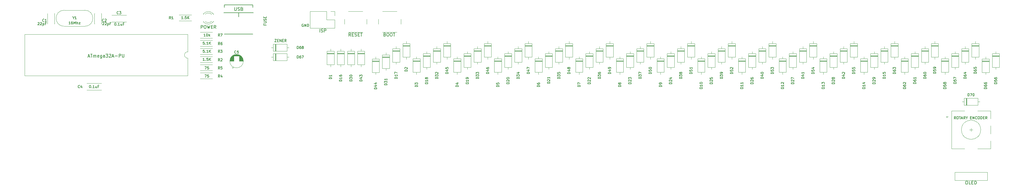
<source format=gbr>
G04 #@! TF.GenerationSoftware,KiCad,Pcbnew,(5.1.6)-1*
G04 #@! TF.CreationDate,2022-07-12T00:57:42-05:00*
G04 #@! TF.ProjectId,pinstripe,70696e73-7472-4697-9065-2e6b69636164,rev?*
G04 #@! TF.SameCoordinates,Original*
G04 #@! TF.FileFunction,Legend,Top*
G04 #@! TF.FilePolarity,Positive*
%FSLAX46Y46*%
G04 Gerber Fmt 4.6, Leading zero omitted, Abs format (unit mm)*
G04 Created by KiCad (PCBNEW (5.1.6)-1) date 2022-07-12 00:57:42*
%MOMM*%
%LPD*%
G01*
G04 APERTURE LIST*
%ADD10C,0.150000*%
%ADD11C,0.120000*%
G04 APERTURE END LIST*
D10*
X122809226Y-134499404D02*
X123342559Y-134499404D01*
X122809226Y-135299404D01*
X123342559Y-135299404D01*
X123647321Y-134880357D02*
X123913988Y-134880357D01*
X124028273Y-135299404D02*
X123647321Y-135299404D01*
X123647321Y-134499404D01*
X124028273Y-134499404D01*
X124371130Y-135299404D02*
X124371130Y-134499404D01*
X124828273Y-135299404D01*
X124828273Y-134499404D01*
X125209226Y-134880357D02*
X125475892Y-134880357D01*
X125590178Y-135299404D02*
X125209226Y-135299404D01*
X125209226Y-134499404D01*
X125590178Y-134499404D01*
X126390178Y-135299404D02*
X126123511Y-134918452D01*
X125933035Y-135299404D02*
X125933035Y-134499404D01*
X126237797Y-134499404D01*
X126313988Y-134537500D01*
X126352083Y-134575595D01*
X126390178Y-134651785D01*
X126390178Y-134766071D01*
X126352083Y-134842261D01*
X126313988Y-134880357D01*
X126237797Y-134918452D01*
X125933035Y-134918452D01*
X131724476Y-129775000D02*
X131648285Y-129736904D01*
X131534000Y-129736904D01*
X131419714Y-129775000D01*
X131343523Y-129851190D01*
X131305428Y-129927380D01*
X131267333Y-130079761D01*
X131267333Y-130194047D01*
X131305428Y-130346428D01*
X131343523Y-130422619D01*
X131419714Y-130498809D01*
X131534000Y-130536904D01*
X131610190Y-130536904D01*
X131724476Y-130498809D01*
X131762571Y-130460714D01*
X131762571Y-130194047D01*
X131610190Y-130194047D01*
X132105428Y-130536904D02*
X132105428Y-129736904D01*
X132562571Y-130536904D01*
X132562571Y-129736904D01*
X132943523Y-130536904D02*
X132943523Y-129736904D01*
X133134000Y-129736904D01*
X133248285Y-129775000D01*
X133324476Y-129851190D01*
X133362571Y-129927380D01*
X133400666Y-130079761D01*
X133400666Y-130194047D01*
X133362571Y-130346428D01*
X133324476Y-130422619D01*
X133248285Y-130498809D01*
X133134000Y-130536904D01*
X132943523Y-130536904D01*
D11*
X335026000Y-176149000D02*
X345186000Y-176149000D01*
X345186000Y-176149000D02*
X345186000Y-178689000D01*
X345186000Y-178689000D02*
X335026000Y-178689000D01*
X335026000Y-178689000D02*
X335026000Y-176149000D01*
D10*
X111506000Y-126206250D02*
X111506000Y-127476250D01*
X115981000Y-123696250D02*
X115986000Y-124456250D01*
X115981000Y-123696250D02*
X107031000Y-123696250D01*
X107026000Y-124456250D02*
X107031000Y-123696250D01*
X115981000Y-132866250D02*
X107031000Y-132866250D01*
X116131000Y-126206250D02*
X106881000Y-126206250D01*
D11*
X338586000Y-152899250D02*
X338586000Y-155139250D01*
X338826000Y-152899250D02*
X338826000Y-155139250D01*
X338706000Y-152899250D02*
X338706000Y-155139250D01*
X342876000Y-154019250D02*
X342226000Y-154019250D01*
X337336000Y-154019250D02*
X337986000Y-154019250D01*
X342226000Y-152899250D02*
X337986000Y-152899250D01*
X342226000Y-155139250D02*
X342226000Y-152899250D01*
X337986000Y-155139250D02*
X342226000Y-155139250D01*
X337986000Y-152899250D02*
X337986000Y-155139250D01*
X95628865Y-138426777D02*
X95628865Y-132966777D01*
X95628865Y-132966777D02*
X44708865Y-132966777D01*
X44708865Y-132966777D02*
X44708865Y-145886777D01*
X44708865Y-145886777D02*
X95628865Y-145886777D01*
X95628865Y-145886777D02*
X95628865Y-140426777D01*
X95628865Y-140426777D02*
G75*
G02*
X95628865Y-138426777I0J1000000D01*
G01*
X162175000Y-129746000D02*
X162175000Y-128246000D01*
X160925000Y-125746000D02*
X156425000Y-125746000D01*
X155175000Y-128246000D02*
X155175000Y-129746000D01*
X156425000Y-132246000D02*
X160925000Y-132246000D01*
X339637750Y-162837500D02*
X340637750Y-162837500D01*
X340137750Y-162337500D02*
X340137750Y-163337500D01*
X346237750Y-166337500D02*
X346237750Y-168737500D01*
X346237750Y-161537500D02*
X346237750Y-164137500D01*
X346237750Y-156937500D02*
X346237750Y-159337500D01*
X332937750Y-158737500D02*
X332637750Y-159037500D01*
X332337750Y-158737500D02*
X332937750Y-158737500D01*
X332637750Y-159037500D02*
X332337750Y-158737500D01*
X334037750Y-156937500D02*
X334037750Y-168737500D01*
X338137750Y-156937500D02*
X334037750Y-156937500D01*
X338137750Y-168737500D02*
X334037750Y-168737500D01*
X346237750Y-168737500D02*
X342137750Y-168737500D01*
X342137750Y-156937500D02*
X346237750Y-156937500D01*
X343137750Y-162837500D02*
G75*
G03*
X343137750Y-162837500I-3000000J0D01*
G01*
X122340000Y-138929250D02*
X122340000Y-141169250D01*
X122340000Y-141169250D02*
X126580000Y-141169250D01*
X126580000Y-141169250D02*
X126580000Y-138929250D01*
X126580000Y-138929250D02*
X122340000Y-138929250D01*
X121690000Y-140049250D02*
X122340000Y-140049250D01*
X127230000Y-140049250D02*
X126580000Y-140049250D01*
X123060000Y-138929250D02*
X123060000Y-141169250D01*
X123180000Y-138929250D02*
X123180000Y-141169250D01*
X122940000Y-138929250D02*
X122940000Y-141169250D01*
X147709750Y-138815000D02*
X145469750Y-138815000D01*
X147709750Y-139055000D02*
X145469750Y-139055000D01*
X147709750Y-138935000D02*
X145469750Y-138935000D01*
X146589750Y-143105000D02*
X146589750Y-142455000D01*
X146589750Y-137565000D02*
X146589750Y-138215000D01*
X147709750Y-142455000D02*
X147709750Y-138215000D01*
X145469750Y-142455000D02*
X147709750Y-142455000D01*
X145469750Y-138215000D02*
X145469750Y-142455000D01*
X147709750Y-138215000D02*
X145469750Y-138215000D01*
X171331750Y-139008750D02*
X169091750Y-139008750D01*
X169091750Y-139008750D02*
X169091750Y-143248750D01*
X169091750Y-143248750D02*
X171331750Y-143248750D01*
X171331750Y-143248750D02*
X171331750Y-139008750D01*
X170211750Y-138358750D02*
X170211750Y-139008750D01*
X170211750Y-143898750D02*
X170211750Y-143248750D01*
X171331750Y-139728750D02*
X169091750Y-139728750D01*
X171331750Y-139848750D02*
X169091750Y-139848750D01*
X171331750Y-139608750D02*
X169091750Y-139608750D01*
X112991000Y-141331250D02*
G75*
G03*
X112991000Y-141331250I-2120000J0D01*
G01*
X111711000Y-141331250D02*
X112951000Y-141331250D01*
X108791000Y-141331250D02*
X110031000Y-141331250D01*
X111711000Y-141291250D02*
X112951000Y-141291250D01*
X108791000Y-141291250D02*
X110031000Y-141291250D01*
X111711000Y-141251250D02*
X112950000Y-141251250D01*
X108792000Y-141251250D02*
X110031000Y-141251250D01*
X108794000Y-141211250D02*
X110031000Y-141211250D01*
X111711000Y-141211250D02*
X112948000Y-141211250D01*
X108797000Y-141171250D02*
X110031000Y-141171250D01*
X111711000Y-141171250D02*
X112945000Y-141171250D01*
X108800000Y-141131250D02*
X110031000Y-141131250D01*
X111711000Y-141131250D02*
X112942000Y-141131250D01*
X108804000Y-141091250D02*
X110031000Y-141091250D01*
X111711000Y-141091250D02*
X112938000Y-141091250D01*
X108809000Y-141051250D02*
X110031000Y-141051250D01*
X111711000Y-141051250D02*
X112933000Y-141051250D01*
X108815000Y-141011250D02*
X110031000Y-141011250D01*
X111711000Y-141011250D02*
X112927000Y-141011250D01*
X108821000Y-140971250D02*
X110031000Y-140971250D01*
X111711000Y-140971250D02*
X112921000Y-140971250D01*
X108829000Y-140931250D02*
X110031000Y-140931250D01*
X111711000Y-140931250D02*
X112913000Y-140931250D01*
X108837000Y-140891250D02*
X110031000Y-140891250D01*
X111711000Y-140891250D02*
X112905000Y-140891250D01*
X108846000Y-140851250D02*
X110031000Y-140851250D01*
X111711000Y-140851250D02*
X112896000Y-140851250D01*
X108855000Y-140811250D02*
X110031000Y-140811250D01*
X111711000Y-140811250D02*
X112887000Y-140811250D01*
X108866000Y-140771250D02*
X110031000Y-140771250D01*
X111711000Y-140771250D02*
X112876000Y-140771250D01*
X108877000Y-140731250D02*
X110031000Y-140731250D01*
X111711000Y-140731250D02*
X112865000Y-140731250D01*
X108889000Y-140691250D02*
X110031000Y-140691250D01*
X111711000Y-140691250D02*
X112853000Y-140691250D01*
X108903000Y-140651250D02*
X110031000Y-140651250D01*
X111711000Y-140651250D02*
X112839000Y-140651250D01*
X108917000Y-140610250D02*
X110031000Y-140610250D01*
X111711000Y-140610250D02*
X112825000Y-140610250D01*
X108931000Y-140570250D02*
X110031000Y-140570250D01*
X111711000Y-140570250D02*
X112811000Y-140570250D01*
X108947000Y-140530250D02*
X110031000Y-140530250D01*
X111711000Y-140530250D02*
X112795000Y-140530250D01*
X108964000Y-140490250D02*
X110031000Y-140490250D01*
X111711000Y-140490250D02*
X112778000Y-140490250D01*
X108982000Y-140450250D02*
X110031000Y-140450250D01*
X111711000Y-140450250D02*
X112760000Y-140450250D01*
X109001000Y-140410250D02*
X110031000Y-140410250D01*
X111711000Y-140410250D02*
X112741000Y-140410250D01*
X109020000Y-140370250D02*
X110031000Y-140370250D01*
X111711000Y-140370250D02*
X112722000Y-140370250D01*
X109041000Y-140330250D02*
X110031000Y-140330250D01*
X111711000Y-140330250D02*
X112701000Y-140330250D01*
X109063000Y-140290250D02*
X110031000Y-140290250D01*
X111711000Y-140290250D02*
X112679000Y-140290250D01*
X109086000Y-140250250D02*
X110031000Y-140250250D01*
X111711000Y-140250250D02*
X112656000Y-140250250D01*
X109111000Y-140210250D02*
X110031000Y-140210250D01*
X111711000Y-140210250D02*
X112631000Y-140210250D01*
X109136000Y-140170250D02*
X110031000Y-140170250D01*
X111711000Y-140170250D02*
X112606000Y-140170250D01*
X109163000Y-140130250D02*
X110031000Y-140130250D01*
X111711000Y-140130250D02*
X112579000Y-140130250D01*
X109191000Y-140090250D02*
X110031000Y-140090250D01*
X111711000Y-140090250D02*
X112551000Y-140090250D01*
X109221000Y-140050250D02*
X110031000Y-140050250D01*
X111711000Y-140050250D02*
X112521000Y-140050250D01*
X109252000Y-140010250D02*
X110031000Y-140010250D01*
X111711000Y-140010250D02*
X112490000Y-140010250D01*
X109284000Y-139970250D02*
X110031000Y-139970250D01*
X111711000Y-139970250D02*
X112458000Y-139970250D01*
X109319000Y-139930250D02*
X110031000Y-139930250D01*
X111711000Y-139930250D02*
X112423000Y-139930250D01*
X109355000Y-139890250D02*
X110031000Y-139890250D01*
X111711000Y-139890250D02*
X112387000Y-139890250D01*
X109393000Y-139850250D02*
X110031000Y-139850250D01*
X111711000Y-139850250D02*
X112349000Y-139850250D01*
X109433000Y-139810250D02*
X110031000Y-139810250D01*
X111711000Y-139810250D02*
X112309000Y-139810250D01*
X109475000Y-139770250D02*
X110031000Y-139770250D01*
X111711000Y-139770250D02*
X112267000Y-139770250D01*
X109520000Y-139730250D02*
X112222000Y-139730250D01*
X109567000Y-139690250D02*
X112175000Y-139690250D01*
X109617000Y-139650250D02*
X112125000Y-139650250D01*
X109671000Y-139610250D02*
X112071000Y-139610250D01*
X109729000Y-139570250D02*
X112013000Y-139570250D01*
X109791000Y-139530250D02*
X111951000Y-139530250D01*
X109858000Y-139490250D02*
X111884000Y-139490250D01*
X109931000Y-139450250D02*
X111811000Y-139450250D01*
X110012000Y-139410250D02*
X111730000Y-139410250D01*
X110103000Y-139370250D02*
X111639000Y-139370250D01*
X110207000Y-139330250D02*
X111535000Y-139330250D01*
X110334000Y-139290250D02*
X111408000Y-139290250D01*
X110501000Y-139250250D02*
X111241000Y-139250250D01*
X109676000Y-143601051D02*
X109676000Y-143201051D01*
X109476000Y-143401051D02*
X109876000Y-143401051D01*
X311000000Y-139608750D02*
X308760000Y-139608750D01*
X311000000Y-139848750D02*
X308760000Y-139848750D01*
X311000000Y-139728750D02*
X308760000Y-139728750D01*
X309880000Y-143898750D02*
X309880000Y-143248750D01*
X309880000Y-138358750D02*
X309880000Y-139008750D01*
X311000000Y-143248750D02*
X311000000Y-139008750D01*
X308760000Y-143248750D02*
X311000000Y-143248750D01*
X308760000Y-139008750D02*
X308760000Y-143248750D01*
X311000000Y-139008750D02*
X308760000Y-139008750D01*
X151530000Y-129746000D02*
X151530000Y-128246000D01*
X150280000Y-125746000D02*
X145780000Y-125746000D01*
X144530000Y-128246000D02*
X144530000Y-129746000D01*
X145780000Y-132246000D02*
X150280000Y-132246000D01*
X122940000Y-135976500D02*
X122940000Y-138216500D01*
X123180000Y-135976500D02*
X123180000Y-138216500D01*
X123060000Y-135976500D02*
X123060000Y-138216500D01*
X127230000Y-137096500D02*
X126580000Y-137096500D01*
X121690000Y-137096500D02*
X122340000Y-137096500D01*
X126580000Y-135976500D02*
X122340000Y-135976500D01*
X126580000Y-138216500D02*
X126580000Y-135976500D01*
X122340000Y-138216500D02*
X126580000Y-138216500D01*
X122340000Y-135976500D02*
X122340000Y-138216500D01*
X71938000Y-126961000D02*
X71938000Y-126946000D01*
X71938000Y-129086000D02*
X71938000Y-129071000D01*
X76478000Y-126961000D02*
X76478000Y-126946000D01*
X76478000Y-129086000D02*
X76478000Y-129071000D01*
X76478000Y-126946000D02*
X71938000Y-126946000D01*
X76478000Y-129086000D02*
X71938000Y-129086000D01*
X63485300Y-125389400D02*
X57085300Y-125389400D01*
X63485300Y-130439400D02*
X57085300Y-130439400D01*
X63485300Y-125389400D02*
G75*
G02*
X63485300Y-130439400I0J-2525000D01*
G01*
X57085300Y-125389400D02*
G75*
G03*
X57085300Y-130439400I0J-2525000D01*
G01*
X99521250Y-134143000D02*
X103361250Y-134143000D01*
X99521250Y-132303000D02*
X103361250Y-132303000D01*
X99519725Y-136688786D02*
X103359725Y-136688786D01*
X99519725Y-134848786D02*
X103359725Y-134848786D01*
X99521250Y-144303000D02*
X103361250Y-144303000D01*
X99521250Y-142463000D02*
X103361250Y-142463000D01*
X99521250Y-146843000D02*
X103361250Y-146843000D01*
X99521250Y-145003000D02*
X103361250Y-145003000D01*
X99521250Y-139223000D02*
X103361250Y-139223000D01*
X99521250Y-137383000D02*
X103361250Y-137383000D01*
X99513579Y-141767064D02*
X103353579Y-141767064D01*
X99513579Y-139927064D02*
X103353579Y-139927064D01*
X96789000Y-126873750D02*
X92949000Y-126873750D01*
X96789000Y-128713750D02*
X92949000Y-128713750D01*
X133798000Y-125797000D02*
X133798000Y-130997000D01*
X138938000Y-125797000D02*
X133798000Y-125797000D01*
X141538000Y-130997000D02*
X133798000Y-130997000D01*
X138938000Y-125797000D02*
X138938000Y-128397000D01*
X138938000Y-128397000D02*
X141538000Y-128397000D01*
X141538000Y-128397000D02*
X141538000Y-130997000D01*
X140208000Y-125797000D02*
X141538000Y-125797000D01*
X141538000Y-125797000D02*
X141538000Y-127127000D01*
X100516250Y-128873750D02*
X100516250Y-129029750D01*
X100516250Y-126557750D02*
X100516250Y-126713750D01*
X103748585Y-126715142D02*
G75*
G03*
X100516250Y-126558234I-1672335J-1078608D01*
G01*
X103748585Y-128872358D02*
G75*
G02*
X100516250Y-129029266I-1672335J1078608D01*
G01*
X103117380Y-126713913D02*
G75*
G03*
X101035289Y-126713750I-1041130J-1079837D01*
G01*
X103117380Y-128873587D02*
G75*
G02*
X101035289Y-128873750I-1041130J1079837D01*
G01*
X345798000Y-140628000D02*
X343558000Y-140628000D01*
X343558000Y-140628000D02*
X343558000Y-144868000D01*
X343558000Y-144868000D02*
X345798000Y-144868000D01*
X345798000Y-144868000D02*
X345798000Y-140628000D01*
X344678000Y-139978000D02*
X344678000Y-140628000D01*
X344678000Y-145518000D02*
X344678000Y-144868000D01*
X345798000Y-141348000D02*
X343558000Y-141348000D01*
X345798000Y-141468000D02*
X343558000Y-141468000D01*
X345798000Y-141228000D02*
X343558000Y-141228000D01*
X342591250Y-136433750D02*
X340351250Y-136433750D01*
X342591250Y-136673750D02*
X340351250Y-136673750D01*
X342591250Y-136553750D02*
X340351250Y-136553750D01*
X341471250Y-140723750D02*
X341471250Y-140073750D01*
X341471250Y-135183750D02*
X341471250Y-135833750D01*
X342591250Y-140073750D02*
X342591250Y-135833750D01*
X340351250Y-140073750D02*
X342591250Y-140073750D01*
X340351250Y-135833750D02*
X340351250Y-140073750D01*
X342591250Y-135833750D02*
X340351250Y-135833750D01*
X339416250Y-138021250D02*
X337176250Y-138021250D01*
X339416250Y-138261250D02*
X337176250Y-138261250D01*
X339416250Y-138141250D02*
X337176250Y-138141250D01*
X338296250Y-142311250D02*
X338296250Y-141661250D01*
X338296250Y-136771250D02*
X338296250Y-137421250D01*
X339416250Y-141661250D02*
X339416250Y-137421250D01*
X337176250Y-141661250D02*
X339416250Y-141661250D01*
X337176250Y-137421250D02*
X337176250Y-141661250D01*
X339416250Y-137421250D02*
X337176250Y-137421250D01*
X317350000Y-135833750D02*
X315110000Y-135833750D01*
X315110000Y-135833750D02*
X315110000Y-140073750D01*
X315110000Y-140073750D02*
X317350000Y-140073750D01*
X317350000Y-140073750D02*
X317350000Y-135833750D01*
X316230000Y-135183750D02*
X316230000Y-135833750D01*
X316230000Y-140723750D02*
X316230000Y-140073750D01*
X317350000Y-136553750D02*
X315110000Y-136553750D01*
X317350000Y-136673750D02*
X315110000Y-136673750D01*
X317350000Y-136433750D02*
X315110000Y-136433750D01*
X320525000Y-140596250D02*
X318285000Y-140596250D01*
X318285000Y-140596250D02*
X318285000Y-144836250D01*
X318285000Y-144836250D02*
X320525000Y-144836250D01*
X320525000Y-144836250D02*
X320525000Y-140596250D01*
X319405000Y-139946250D02*
X319405000Y-140596250D01*
X319405000Y-145486250D02*
X319405000Y-144836250D01*
X320525000Y-141316250D02*
X318285000Y-141316250D01*
X320525000Y-141436250D02*
X318285000Y-141436250D01*
X320525000Y-141196250D02*
X318285000Y-141196250D01*
X323700000Y-139008750D02*
X321460000Y-139008750D01*
X321460000Y-139008750D02*
X321460000Y-143248750D01*
X321460000Y-143248750D02*
X323700000Y-143248750D01*
X323700000Y-143248750D02*
X323700000Y-139008750D01*
X322580000Y-138358750D02*
X322580000Y-139008750D01*
X322580000Y-143898750D02*
X322580000Y-143248750D01*
X323700000Y-139728750D02*
X321460000Y-139728750D01*
X323700000Y-139848750D02*
X321460000Y-139848750D01*
X323700000Y-139608750D02*
X321460000Y-139608750D01*
X326875000Y-137421250D02*
X324635000Y-137421250D01*
X324635000Y-137421250D02*
X324635000Y-141661250D01*
X324635000Y-141661250D02*
X326875000Y-141661250D01*
X326875000Y-141661250D02*
X326875000Y-137421250D01*
X325755000Y-136771250D02*
X325755000Y-137421250D01*
X325755000Y-142311250D02*
X325755000Y-141661250D01*
X326875000Y-138141250D02*
X324635000Y-138141250D01*
X326875000Y-138261250D02*
X324635000Y-138261250D01*
X326875000Y-138021250D02*
X324635000Y-138021250D01*
X329923000Y-135833750D02*
X327683000Y-135833750D01*
X327683000Y-135833750D02*
X327683000Y-140073750D01*
X327683000Y-140073750D02*
X329923000Y-140073750D01*
X329923000Y-140073750D02*
X329923000Y-135833750D01*
X328803000Y-135183750D02*
X328803000Y-135833750D01*
X328803000Y-140723750D02*
X328803000Y-140073750D01*
X329923000Y-136553750D02*
X327683000Y-136553750D01*
X329923000Y-136673750D02*
X327683000Y-136673750D01*
X329923000Y-136433750D02*
X327683000Y-136433750D01*
X333098000Y-140596250D02*
X330858000Y-140596250D01*
X330858000Y-140596250D02*
X330858000Y-144836250D01*
X330858000Y-144836250D02*
X333098000Y-144836250D01*
X333098000Y-144836250D02*
X333098000Y-140596250D01*
X331978000Y-139946250D02*
X331978000Y-140596250D01*
X331978000Y-145486250D02*
X331978000Y-144836250D01*
X333098000Y-141316250D02*
X330858000Y-141316250D01*
X333098000Y-141436250D02*
X330858000Y-141436250D01*
X333098000Y-141196250D02*
X330858000Y-141196250D01*
X336273000Y-139008750D02*
X334033000Y-139008750D01*
X334033000Y-139008750D02*
X334033000Y-143248750D01*
X334033000Y-143248750D02*
X336273000Y-143248750D01*
X336273000Y-143248750D02*
X336273000Y-139008750D01*
X335153000Y-138358750D02*
X335153000Y-139008750D01*
X335153000Y-143898750D02*
X335153000Y-143248750D01*
X336273000Y-139728750D02*
X334033000Y-139728750D01*
X336273000Y-139848750D02*
X334033000Y-139848750D01*
X336273000Y-139608750D02*
X334033000Y-139608750D01*
X348973000Y-139608750D02*
X346733000Y-139608750D01*
X348973000Y-139848750D02*
X346733000Y-139848750D01*
X348973000Y-139728750D02*
X346733000Y-139728750D01*
X347853000Y-143898750D02*
X347853000Y-143248750D01*
X347853000Y-138358750D02*
X347853000Y-139008750D01*
X348973000Y-143248750D02*
X348973000Y-139008750D01*
X346733000Y-143248750D02*
X348973000Y-143248750D01*
X346733000Y-139008750D02*
X346733000Y-143248750D01*
X348973000Y-139008750D02*
X346733000Y-139008750D01*
X304650000Y-135833750D02*
X302410000Y-135833750D01*
X302410000Y-135833750D02*
X302410000Y-140073750D01*
X302410000Y-140073750D02*
X304650000Y-140073750D01*
X304650000Y-140073750D02*
X304650000Y-135833750D01*
X303530000Y-135183750D02*
X303530000Y-135833750D01*
X303530000Y-140723750D02*
X303530000Y-140073750D01*
X304650000Y-136553750D02*
X302410000Y-136553750D01*
X304650000Y-136673750D02*
X302410000Y-136673750D01*
X304650000Y-136433750D02*
X302410000Y-136433750D01*
X291950000Y-135833750D02*
X289710000Y-135833750D01*
X289710000Y-135833750D02*
X289710000Y-140073750D01*
X289710000Y-140073750D02*
X291950000Y-140073750D01*
X291950000Y-140073750D02*
X291950000Y-135833750D01*
X290830000Y-135183750D02*
X290830000Y-135833750D01*
X290830000Y-140723750D02*
X290830000Y-140073750D01*
X291950000Y-136553750D02*
X289710000Y-136553750D01*
X291950000Y-136673750D02*
X289710000Y-136673750D01*
X291950000Y-136433750D02*
X289710000Y-136433750D01*
X279250000Y-135833750D02*
X277010000Y-135833750D01*
X277010000Y-135833750D02*
X277010000Y-140073750D01*
X277010000Y-140073750D02*
X279250000Y-140073750D01*
X279250000Y-140073750D02*
X279250000Y-135833750D01*
X278130000Y-135183750D02*
X278130000Y-135833750D01*
X278130000Y-140723750D02*
X278130000Y-140073750D01*
X279250000Y-136553750D02*
X277010000Y-136553750D01*
X279250000Y-136673750D02*
X277010000Y-136673750D01*
X279250000Y-136433750D02*
X277010000Y-136433750D01*
X266550000Y-135833750D02*
X264310000Y-135833750D01*
X264310000Y-135833750D02*
X264310000Y-140073750D01*
X264310000Y-140073750D02*
X266550000Y-140073750D01*
X266550000Y-140073750D02*
X266550000Y-135833750D01*
X265430000Y-135183750D02*
X265430000Y-135833750D01*
X265430000Y-140723750D02*
X265430000Y-140073750D01*
X266550000Y-136553750D02*
X264310000Y-136553750D01*
X266550000Y-136673750D02*
X264310000Y-136673750D01*
X266550000Y-136433750D02*
X264310000Y-136433750D01*
X253850000Y-135833750D02*
X251610000Y-135833750D01*
X251610000Y-135833750D02*
X251610000Y-140073750D01*
X251610000Y-140073750D02*
X253850000Y-140073750D01*
X253850000Y-140073750D02*
X253850000Y-135833750D01*
X252730000Y-135183750D02*
X252730000Y-135833750D01*
X252730000Y-140723750D02*
X252730000Y-140073750D01*
X253850000Y-136553750D02*
X251610000Y-136553750D01*
X253850000Y-136673750D02*
X251610000Y-136673750D01*
X253850000Y-136433750D02*
X251610000Y-136433750D01*
X241150000Y-135833750D02*
X238910000Y-135833750D01*
X238910000Y-135833750D02*
X238910000Y-140073750D01*
X238910000Y-140073750D02*
X241150000Y-140073750D01*
X241150000Y-140073750D02*
X241150000Y-135833750D01*
X240030000Y-135183750D02*
X240030000Y-135833750D01*
X240030000Y-140723750D02*
X240030000Y-140073750D01*
X241150000Y-136553750D02*
X238910000Y-136553750D01*
X241150000Y-136673750D02*
X238910000Y-136673750D01*
X241150000Y-136433750D02*
X238910000Y-136433750D01*
X228450000Y-135833750D02*
X226210000Y-135833750D01*
X226210000Y-135833750D02*
X226210000Y-140073750D01*
X226210000Y-140073750D02*
X228450000Y-140073750D01*
X228450000Y-140073750D02*
X228450000Y-135833750D01*
X227330000Y-135183750D02*
X227330000Y-135833750D01*
X227330000Y-140723750D02*
X227330000Y-140073750D01*
X228450000Y-136553750D02*
X226210000Y-136553750D01*
X228450000Y-136673750D02*
X226210000Y-136673750D01*
X228450000Y-136433750D02*
X226210000Y-136433750D01*
X215750000Y-135833750D02*
X213510000Y-135833750D01*
X213510000Y-135833750D02*
X213510000Y-140073750D01*
X213510000Y-140073750D02*
X215750000Y-140073750D01*
X215750000Y-140073750D02*
X215750000Y-135833750D01*
X214630000Y-135183750D02*
X214630000Y-135833750D01*
X214630000Y-140723750D02*
X214630000Y-140073750D01*
X215750000Y-136553750D02*
X213510000Y-136553750D01*
X215750000Y-136673750D02*
X213510000Y-136673750D01*
X215750000Y-136433750D02*
X213510000Y-136433750D01*
X203081750Y-135833750D02*
X200841750Y-135833750D01*
X200841750Y-135833750D02*
X200841750Y-140073750D01*
X200841750Y-140073750D02*
X203081750Y-140073750D01*
X203081750Y-140073750D02*
X203081750Y-135833750D01*
X201961750Y-135183750D02*
X201961750Y-135833750D01*
X201961750Y-140723750D02*
X201961750Y-140073750D01*
X203081750Y-136553750D02*
X200841750Y-136553750D01*
X203081750Y-136673750D02*
X200841750Y-136673750D01*
X203081750Y-136433750D02*
X200841750Y-136433750D01*
X190381750Y-135833750D02*
X188141750Y-135833750D01*
X188141750Y-135833750D02*
X188141750Y-140073750D01*
X188141750Y-140073750D02*
X190381750Y-140073750D01*
X190381750Y-140073750D02*
X190381750Y-135833750D01*
X189261750Y-135183750D02*
X189261750Y-135833750D01*
X189261750Y-140723750D02*
X189261750Y-140073750D01*
X190381750Y-136553750D02*
X188141750Y-136553750D01*
X190381750Y-136673750D02*
X188141750Y-136673750D01*
X190381750Y-136433750D02*
X188141750Y-136433750D01*
X177681750Y-135833750D02*
X175441750Y-135833750D01*
X175441750Y-135833750D02*
X175441750Y-140073750D01*
X175441750Y-140073750D02*
X177681750Y-140073750D01*
X177681750Y-140073750D02*
X177681750Y-135833750D01*
X176561750Y-135183750D02*
X176561750Y-135833750D01*
X176561750Y-140723750D02*
X176561750Y-140073750D01*
X177681750Y-136553750D02*
X175441750Y-136553750D01*
X177681750Y-136673750D02*
X175441750Y-136673750D01*
X177681750Y-136433750D02*
X175441750Y-136433750D01*
X155425000Y-141228000D02*
X153185000Y-141228000D01*
X155425000Y-141468000D02*
X153185000Y-141468000D01*
X155425000Y-141348000D02*
X153185000Y-141348000D01*
X154305000Y-145518000D02*
X154305000Y-144868000D01*
X154305000Y-139978000D02*
X154305000Y-140628000D01*
X155425000Y-144868000D02*
X155425000Y-140628000D01*
X153185000Y-144868000D02*
X155425000Y-144868000D01*
X153185000Y-140628000D02*
X153185000Y-144868000D01*
X155425000Y-140628000D02*
X153185000Y-140628000D01*
X150853000Y-138815000D02*
X148613000Y-138815000D01*
X150853000Y-139055000D02*
X148613000Y-139055000D01*
X150853000Y-138935000D02*
X148613000Y-138935000D01*
X149733000Y-143105000D02*
X149733000Y-142455000D01*
X149733000Y-137565000D02*
X149733000Y-138215000D01*
X150853000Y-142455000D02*
X150853000Y-138215000D01*
X148613000Y-142455000D02*
X150853000Y-142455000D01*
X148613000Y-138215000D02*
X148613000Y-142455000D01*
X150853000Y-138215000D02*
X148613000Y-138215000D01*
X301475000Y-137421250D02*
X299235000Y-137421250D01*
X299235000Y-137421250D02*
X299235000Y-141661250D01*
X299235000Y-141661250D02*
X301475000Y-141661250D01*
X301475000Y-141661250D02*
X301475000Y-137421250D01*
X300355000Y-136771250D02*
X300355000Y-137421250D01*
X300355000Y-142311250D02*
X300355000Y-141661250D01*
X301475000Y-138141250D02*
X299235000Y-138141250D01*
X301475000Y-138261250D02*
X299235000Y-138261250D01*
X301475000Y-138021250D02*
X299235000Y-138021250D01*
X288775000Y-137421250D02*
X286535000Y-137421250D01*
X286535000Y-137421250D02*
X286535000Y-141661250D01*
X286535000Y-141661250D02*
X288775000Y-141661250D01*
X288775000Y-141661250D02*
X288775000Y-137421250D01*
X287655000Y-136771250D02*
X287655000Y-137421250D01*
X287655000Y-142311250D02*
X287655000Y-141661250D01*
X288775000Y-138141250D02*
X286535000Y-138141250D01*
X288775000Y-138261250D02*
X286535000Y-138261250D01*
X288775000Y-138021250D02*
X286535000Y-138021250D01*
X276075000Y-137421250D02*
X273835000Y-137421250D01*
X273835000Y-137421250D02*
X273835000Y-141661250D01*
X273835000Y-141661250D02*
X276075000Y-141661250D01*
X276075000Y-141661250D02*
X276075000Y-137421250D01*
X274955000Y-136771250D02*
X274955000Y-137421250D01*
X274955000Y-142311250D02*
X274955000Y-141661250D01*
X276075000Y-138141250D02*
X273835000Y-138141250D01*
X276075000Y-138261250D02*
X273835000Y-138261250D01*
X276075000Y-138021250D02*
X273835000Y-138021250D01*
X263375000Y-137421250D02*
X261135000Y-137421250D01*
X261135000Y-137421250D02*
X261135000Y-141661250D01*
X261135000Y-141661250D02*
X263375000Y-141661250D01*
X263375000Y-141661250D02*
X263375000Y-137421250D01*
X262255000Y-136771250D02*
X262255000Y-137421250D01*
X262255000Y-142311250D02*
X262255000Y-141661250D01*
X263375000Y-138141250D02*
X261135000Y-138141250D01*
X263375000Y-138261250D02*
X261135000Y-138261250D01*
X263375000Y-138021250D02*
X261135000Y-138021250D01*
X250675000Y-137421250D02*
X248435000Y-137421250D01*
X248435000Y-137421250D02*
X248435000Y-141661250D01*
X248435000Y-141661250D02*
X250675000Y-141661250D01*
X250675000Y-141661250D02*
X250675000Y-137421250D01*
X249555000Y-136771250D02*
X249555000Y-137421250D01*
X249555000Y-142311250D02*
X249555000Y-141661250D01*
X250675000Y-138141250D02*
X248435000Y-138141250D01*
X250675000Y-138261250D02*
X248435000Y-138261250D01*
X250675000Y-138021250D02*
X248435000Y-138021250D01*
X237975000Y-137421250D02*
X235735000Y-137421250D01*
X235735000Y-137421250D02*
X235735000Y-141661250D01*
X235735000Y-141661250D02*
X237975000Y-141661250D01*
X237975000Y-141661250D02*
X237975000Y-137421250D01*
X236855000Y-136771250D02*
X236855000Y-137421250D01*
X236855000Y-142311250D02*
X236855000Y-141661250D01*
X237975000Y-138141250D02*
X235735000Y-138141250D01*
X237975000Y-138261250D02*
X235735000Y-138261250D01*
X237975000Y-138021250D02*
X235735000Y-138021250D01*
X225275000Y-137421250D02*
X223035000Y-137421250D01*
X223035000Y-137421250D02*
X223035000Y-141661250D01*
X223035000Y-141661250D02*
X225275000Y-141661250D01*
X225275000Y-141661250D02*
X225275000Y-137421250D01*
X224155000Y-136771250D02*
X224155000Y-137421250D01*
X224155000Y-142311250D02*
X224155000Y-141661250D01*
X225275000Y-138141250D02*
X223035000Y-138141250D01*
X225275000Y-138261250D02*
X223035000Y-138261250D01*
X225275000Y-138021250D02*
X223035000Y-138021250D01*
X212606750Y-137421250D02*
X210366750Y-137421250D01*
X210366750Y-137421250D02*
X210366750Y-141661250D01*
X210366750Y-141661250D02*
X212606750Y-141661250D01*
X212606750Y-141661250D02*
X212606750Y-137421250D01*
X211486750Y-136771250D02*
X211486750Y-137421250D01*
X211486750Y-142311250D02*
X211486750Y-141661250D01*
X212606750Y-138141250D02*
X210366750Y-138141250D01*
X212606750Y-138261250D02*
X210366750Y-138261250D01*
X212606750Y-138021250D02*
X210366750Y-138021250D01*
X199906750Y-137421250D02*
X197666750Y-137421250D01*
X197666750Y-137421250D02*
X197666750Y-141661250D01*
X197666750Y-141661250D02*
X199906750Y-141661250D01*
X199906750Y-141661250D02*
X199906750Y-137421250D01*
X198786750Y-136771250D02*
X198786750Y-137421250D01*
X198786750Y-142311250D02*
X198786750Y-141661250D01*
X199906750Y-138141250D02*
X197666750Y-138141250D01*
X199906750Y-138261250D02*
X197666750Y-138261250D01*
X199906750Y-138021250D02*
X197666750Y-138021250D01*
X187206750Y-137421250D02*
X184966750Y-137421250D01*
X184966750Y-137421250D02*
X184966750Y-141661250D01*
X184966750Y-141661250D02*
X187206750Y-141661250D01*
X187206750Y-141661250D02*
X187206750Y-137421250D01*
X186086750Y-136771250D02*
X186086750Y-137421250D01*
X186086750Y-142311250D02*
X186086750Y-141661250D01*
X187206750Y-138141250D02*
X184966750Y-138141250D01*
X187206750Y-138261250D02*
X184966750Y-138261250D01*
X187206750Y-138021250D02*
X184966750Y-138021250D01*
X174506750Y-137421250D02*
X172266750Y-137421250D01*
X172266750Y-137421250D02*
X172266750Y-141661250D01*
X172266750Y-141661250D02*
X174506750Y-141661250D01*
X174506750Y-141661250D02*
X174506750Y-137421250D01*
X173386750Y-136771250D02*
X173386750Y-137421250D01*
X173386750Y-142311250D02*
X173386750Y-141661250D01*
X174506750Y-138141250D02*
X172266750Y-138141250D01*
X174506750Y-138261250D02*
X172266750Y-138261250D01*
X174506750Y-138021250D02*
X172266750Y-138021250D01*
X158600000Y-139358000D02*
X156360000Y-139358000D01*
X156360000Y-139358000D02*
X156360000Y-143598000D01*
X156360000Y-143598000D02*
X158600000Y-143598000D01*
X158600000Y-143598000D02*
X158600000Y-139358000D01*
X157480000Y-138708000D02*
X157480000Y-139358000D01*
X157480000Y-144248000D02*
X157480000Y-143598000D01*
X158600000Y-140078000D02*
X156360000Y-140078000D01*
X158600000Y-140198000D02*
X156360000Y-140198000D01*
X158600000Y-139958000D02*
X156360000Y-139958000D01*
X298300000Y-139008750D02*
X296060000Y-139008750D01*
X296060000Y-139008750D02*
X296060000Y-143248750D01*
X296060000Y-143248750D02*
X298300000Y-143248750D01*
X298300000Y-143248750D02*
X298300000Y-139008750D01*
X297180000Y-138358750D02*
X297180000Y-139008750D01*
X297180000Y-143898750D02*
X297180000Y-143248750D01*
X298300000Y-139728750D02*
X296060000Y-139728750D01*
X298300000Y-139848750D02*
X296060000Y-139848750D01*
X298300000Y-139608750D02*
X296060000Y-139608750D01*
X285600000Y-139008750D02*
X283360000Y-139008750D01*
X283360000Y-139008750D02*
X283360000Y-143248750D01*
X283360000Y-143248750D02*
X285600000Y-143248750D01*
X285600000Y-143248750D02*
X285600000Y-139008750D01*
X284480000Y-138358750D02*
X284480000Y-139008750D01*
X284480000Y-143898750D02*
X284480000Y-143248750D01*
X285600000Y-139728750D02*
X283360000Y-139728750D01*
X285600000Y-139848750D02*
X283360000Y-139848750D01*
X285600000Y-139608750D02*
X283360000Y-139608750D01*
X272900000Y-139008750D02*
X270660000Y-139008750D01*
X270660000Y-139008750D02*
X270660000Y-143248750D01*
X270660000Y-143248750D02*
X272900000Y-143248750D01*
X272900000Y-143248750D02*
X272900000Y-139008750D01*
X271780000Y-138358750D02*
X271780000Y-139008750D01*
X271780000Y-143898750D02*
X271780000Y-143248750D01*
X272900000Y-139728750D02*
X270660000Y-139728750D01*
X272900000Y-139848750D02*
X270660000Y-139848750D01*
X272900000Y-139608750D02*
X270660000Y-139608750D01*
X260200000Y-139008750D02*
X257960000Y-139008750D01*
X257960000Y-139008750D02*
X257960000Y-143248750D01*
X257960000Y-143248750D02*
X260200000Y-143248750D01*
X260200000Y-143248750D02*
X260200000Y-139008750D01*
X259080000Y-138358750D02*
X259080000Y-139008750D01*
X259080000Y-143898750D02*
X259080000Y-143248750D01*
X260200000Y-139728750D02*
X257960000Y-139728750D01*
X260200000Y-139848750D02*
X257960000Y-139848750D01*
X260200000Y-139608750D02*
X257960000Y-139608750D01*
X247500000Y-139008750D02*
X245260000Y-139008750D01*
X245260000Y-139008750D02*
X245260000Y-143248750D01*
X245260000Y-143248750D02*
X247500000Y-143248750D01*
X247500000Y-143248750D02*
X247500000Y-139008750D01*
X246380000Y-138358750D02*
X246380000Y-139008750D01*
X246380000Y-143898750D02*
X246380000Y-143248750D01*
X247500000Y-139728750D02*
X245260000Y-139728750D01*
X247500000Y-139848750D02*
X245260000Y-139848750D01*
X247500000Y-139608750D02*
X245260000Y-139608750D01*
X234800000Y-139008750D02*
X232560000Y-139008750D01*
X232560000Y-139008750D02*
X232560000Y-143248750D01*
X232560000Y-143248750D02*
X234800000Y-143248750D01*
X234800000Y-143248750D02*
X234800000Y-139008750D01*
X233680000Y-138358750D02*
X233680000Y-139008750D01*
X233680000Y-143898750D02*
X233680000Y-143248750D01*
X234800000Y-139728750D02*
X232560000Y-139728750D01*
X234800000Y-139848750D02*
X232560000Y-139848750D01*
X234800000Y-139608750D02*
X232560000Y-139608750D01*
X222100000Y-139008750D02*
X219860000Y-139008750D01*
X219860000Y-139008750D02*
X219860000Y-143248750D01*
X219860000Y-143248750D02*
X222100000Y-143248750D01*
X222100000Y-143248750D02*
X222100000Y-139008750D01*
X220980000Y-138358750D02*
X220980000Y-139008750D01*
X220980000Y-143898750D02*
X220980000Y-143248750D01*
X222100000Y-139728750D02*
X219860000Y-139728750D01*
X222100000Y-139848750D02*
X219860000Y-139848750D01*
X222100000Y-139608750D02*
X219860000Y-139608750D01*
X209431750Y-139008750D02*
X207191750Y-139008750D01*
X207191750Y-139008750D02*
X207191750Y-143248750D01*
X207191750Y-143248750D02*
X209431750Y-143248750D01*
X209431750Y-143248750D02*
X209431750Y-139008750D01*
X208311750Y-138358750D02*
X208311750Y-139008750D01*
X208311750Y-143898750D02*
X208311750Y-143248750D01*
X209431750Y-139728750D02*
X207191750Y-139728750D01*
X209431750Y-139848750D02*
X207191750Y-139848750D01*
X209431750Y-139608750D02*
X207191750Y-139608750D01*
X196731750Y-139008750D02*
X194491750Y-139008750D01*
X194491750Y-139008750D02*
X194491750Y-143248750D01*
X194491750Y-143248750D02*
X196731750Y-143248750D01*
X196731750Y-143248750D02*
X196731750Y-139008750D01*
X195611750Y-138358750D02*
X195611750Y-139008750D01*
X195611750Y-143898750D02*
X195611750Y-143248750D01*
X196731750Y-139728750D02*
X194491750Y-139728750D01*
X196731750Y-139848750D02*
X194491750Y-139848750D01*
X196731750Y-139608750D02*
X194491750Y-139608750D01*
X184031750Y-139008750D02*
X181791750Y-139008750D01*
X181791750Y-139008750D02*
X181791750Y-143248750D01*
X181791750Y-143248750D02*
X184031750Y-143248750D01*
X184031750Y-143248750D02*
X184031750Y-139008750D01*
X182911750Y-138358750D02*
X182911750Y-139008750D01*
X182911750Y-143898750D02*
X182911750Y-143248750D01*
X184031750Y-139728750D02*
X181791750Y-139728750D01*
X184031750Y-139848750D02*
X181791750Y-139848750D01*
X184031750Y-139608750D02*
X181791750Y-139608750D01*
X161806750Y-137421250D02*
X159566750Y-137421250D01*
X159566750Y-137421250D02*
X159566750Y-141661250D01*
X159566750Y-141661250D02*
X161806750Y-141661250D01*
X161806750Y-141661250D02*
X161806750Y-137421250D01*
X160686750Y-136771250D02*
X160686750Y-137421250D01*
X160686750Y-142311250D02*
X160686750Y-141661250D01*
X161806750Y-138141250D02*
X159566750Y-138141250D01*
X161806750Y-138261250D02*
X159566750Y-138261250D01*
X161806750Y-138021250D02*
X159566750Y-138021250D01*
X144503000Y-138815000D02*
X142263000Y-138815000D01*
X144503000Y-139055000D02*
X142263000Y-139055000D01*
X144503000Y-138935000D02*
X142263000Y-138935000D01*
X143383000Y-143105000D02*
X143383000Y-142455000D01*
X143383000Y-137565000D02*
X143383000Y-138215000D01*
X144503000Y-142455000D02*
X144503000Y-138215000D01*
X142263000Y-142455000D02*
X144503000Y-142455000D01*
X142263000Y-138215000D02*
X142263000Y-142455000D01*
X144503000Y-138215000D02*
X142263000Y-138215000D01*
X314175000Y-138021250D02*
X311935000Y-138021250D01*
X314175000Y-138261250D02*
X311935000Y-138261250D01*
X314175000Y-138141250D02*
X311935000Y-138141250D01*
X313055000Y-142311250D02*
X313055000Y-141661250D01*
X313055000Y-136771250D02*
X313055000Y-137421250D01*
X314175000Y-141661250D02*
X314175000Y-137421250D01*
X311935000Y-141661250D02*
X314175000Y-141661250D01*
X311935000Y-137421250D02*
X311935000Y-141661250D01*
X314175000Y-137421250D02*
X311935000Y-137421250D01*
X307825000Y-140596250D02*
X305585000Y-140596250D01*
X305585000Y-140596250D02*
X305585000Y-144836250D01*
X305585000Y-144836250D02*
X307825000Y-144836250D01*
X307825000Y-144836250D02*
X307825000Y-140596250D01*
X306705000Y-139946250D02*
X306705000Y-140596250D01*
X306705000Y-145486250D02*
X306705000Y-144836250D01*
X307825000Y-141316250D02*
X305585000Y-141316250D01*
X307825000Y-141436250D02*
X305585000Y-141436250D01*
X307825000Y-141196250D02*
X305585000Y-141196250D01*
X295125000Y-140596250D02*
X292885000Y-140596250D01*
X292885000Y-140596250D02*
X292885000Y-144836250D01*
X292885000Y-144836250D02*
X295125000Y-144836250D01*
X295125000Y-144836250D02*
X295125000Y-140596250D01*
X294005000Y-139946250D02*
X294005000Y-140596250D01*
X294005000Y-145486250D02*
X294005000Y-144836250D01*
X295125000Y-141316250D02*
X292885000Y-141316250D01*
X295125000Y-141436250D02*
X292885000Y-141436250D01*
X295125000Y-141196250D02*
X292885000Y-141196250D01*
X282425000Y-141196250D02*
X280185000Y-141196250D01*
X282425000Y-141436250D02*
X280185000Y-141436250D01*
X282425000Y-141316250D02*
X280185000Y-141316250D01*
X281305000Y-145486250D02*
X281305000Y-144836250D01*
X281305000Y-139946250D02*
X281305000Y-140596250D01*
X282425000Y-144836250D02*
X282425000Y-140596250D01*
X280185000Y-144836250D02*
X282425000Y-144836250D01*
X280185000Y-140596250D02*
X280185000Y-144836250D01*
X282425000Y-140596250D02*
X280185000Y-140596250D01*
X269725000Y-140596250D02*
X267485000Y-140596250D01*
X267485000Y-140596250D02*
X267485000Y-144836250D01*
X267485000Y-144836250D02*
X269725000Y-144836250D01*
X269725000Y-144836250D02*
X269725000Y-140596250D01*
X268605000Y-139946250D02*
X268605000Y-140596250D01*
X268605000Y-145486250D02*
X268605000Y-144836250D01*
X269725000Y-141316250D02*
X267485000Y-141316250D01*
X269725000Y-141436250D02*
X267485000Y-141436250D01*
X269725000Y-141196250D02*
X267485000Y-141196250D01*
X257025000Y-140596250D02*
X254785000Y-140596250D01*
X254785000Y-140596250D02*
X254785000Y-144836250D01*
X254785000Y-144836250D02*
X257025000Y-144836250D01*
X257025000Y-144836250D02*
X257025000Y-140596250D01*
X255905000Y-139946250D02*
X255905000Y-140596250D01*
X255905000Y-145486250D02*
X255905000Y-144836250D01*
X257025000Y-141316250D02*
X254785000Y-141316250D01*
X257025000Y-141436250D02*
X254785000Y-141436250D01*
X257025000Y-141196250D02*
X254785000Y-141196250D01*
X244325000Y-140596250D02*
X242085000Y-140596250D01*
X242085000Y-140596250D02*
X242085000Y-144836250D01*
X242085000Y-144836250D02*
X244325000Y-144836250D01*
X244325000Y-144836250D02*
X244325000Y-140596250D01*
X243205000Y-139946250D02*
X243205000Y-140596250D01*
X243205000Y-145486250D02*
X243205000Y-144836250D01*
X244325000Y-141316250D02*
X242085000Y-141316250D01*
X244325000Y-141436250D02*
X242085000Y-141436250D01*
X244325000Y-141196250D02*
X242085000Y-141196250D01*
X231625000Y-140596250D02*
X229385000Y-140596250D01*
X229385000Y-140596250D02*
X229385000Y-144836250D01*
X229385000Y-144836250D02*
X231625000Y-144836250D01*
X231625000Y-144836250D02*
X231625000Y-140596250D01*
X230505000Y-139946250D02*
X230505000Y-140596250D01*
X230505000Y-145486250D02*
X230505000Y-144836250D01*
X231625000Y-141316250D02*
X229385000Y-141316250D01*
X231625000Y-141436250D02*
X229385000Y-141436250D01*
X231625000Y-141196250D02*
X229385000Y-141196250D01*
X218925000Y-140596250D02*
X216685000Y-140596250D01*
X216685000Y-140596250D02*
X216685000Y-144836250D01*
X216685000Y-144836250D02*
X218925000Y-144836250D01*
X218925000Y-144836250D02*
X218925000Y-140596250D01*
X217805000Y-139946250D02*
X217805000Y-140596250D01*
X217805000Y-145486250D02*
X217805000Y-144836250D01*
X218925000Y-141316250D02*
X216685000Y-141316250D01*
X218925000Y-141436250D02*
X216685000Y-141436250D01*
X218925000Y-141196250D02*
X216685000Y-141196250D01*
X206256750Y-140596250D02*
X204016750Y-140596250D01*
X204016750Y-140596250D02*
X204016750Y-144836250D01*
X204016750Y-144836250D02*
X206256750Y-144836250D01*
X206256750Y-144836250D02*
X206256750Y-140596250D01*
X205136750Y-139946250D02*
X205136750Y-140596250D01*
X205136750Y-145486250D02*
X205136750Y-144836250D01*
X206256750Y-141316250D02*
X204016750Y-141316250D01*
X206256750Y-141436250D02*
X204016750Y-141436250D01*
X206256750Y-141196250D02*
X204016750Y-141196250D01*
X193556750Y-140596250D02*
X191316750Y-140596250D01*
X191316750Y-140596250D02*
X191316750Y-144836250D01*
X191316750Y-144836250D02*
X193556750Y-144836250D01*
X193556750Y-144836250D02*
X193556750Y-140596250D01*
X192436750Y-139946250D02*
X192436750Y-140596250D01*
X192436750Y-145486250D02*
X192436750Y-144836250D01*
X193556750Y-141316250D02*
X191316750Y-141316250D01*
X193556750Y-141436250D02*
X191316750Y-141436250D01*
X193556750Y-141196250D02*
X191316750Y-141196250D01*
X180856750Y-140596250D02*
X178616750Y-140596250D01*
X178616750Y-140596250D02*
X178616750Y-144836250D01*
X178616750Y-144836250D02*
X180856750Y-144836250D01*
X180856750Y-144836250D02*
X180856750Y-140596250D01*
X179736750Y-139946250D02*
X179736750Y-140596250D01*
X179736750Y-145486250D02*
X179736750Y-144836250D01*
X180856750Y-141316250D02*
X178616750Y-141316250D01*
X180856750Y-141436250D02*
X178616750Y-141436250D01*
X180856750Y-141196250D02*
X178616750Y-141196250D01*
X168156750Y-140596250D02*
X165916750Y-140596250D01*
X165916750Y-140596250D02*
X165916750Y-144836250D01*
X165916750Y-144836250D02*
X168156750Y-144836250D01*
X168156750Y-144836250D02*
X168156750Y-140596250D01*
X167036750Y-139946250D02*
X167036750Y-140596250D01*
X167036750Y-145486250D02*
X167036750Y-144836250D01*
X168156750Y-141316250D02*
X165916750Y-141316250D01*
X168156750Y-141436250D02*
X165916750Y-141436250D01*
X168156750Y-141196250D02*
X165916750Y-141196250D01*
X164981750Y-135833750D02*
X162741750Y-135833750D01*
X162741750Y-135833750D02*
X162741750Y-140073750D01*
X162741750Y-140073750D02*
X164981750Y-140073750D01*
X164981750Y-140073750D02*
X164981750Y-135833750D01*
X163861750Y-135183750D02*
X163861750Y-135833750D01*
X163861750Y-140723750D02*
X163861750Y-140073750D01*
X164981750Y-136553750D02*
X162741750Y-136553750D01*
X164981750Y-136673750D02*
X162741750Y-136673750D01*
X164981750Y-136433750D02*
X162741750Y-136433750D01*
X141328000Y-138815000D02*
X139088000Y-138815000D01*
X141328000Y-139055000D02*
X139088000Y-139055000D01*
X141328000Y-138935000D02*
X139088000Y-138935000D01*
X140208000Y-143105000D02*
X140208000Y-142455000D01*
X140208000Y-137565000D02*
X140208000Y-138215000D01*
X141328000Y-142455000D02*
X141328000Y-138215000D01*
X139088000Y-142455000D02*
X141328000Y-142455000D01*
X139088000Y-138215000D02*
X139088000Y-142455000D01*
X141328000Y-138215000D02*
X139088000Y-138215000D01*
X64127500Y-148297000D02*
X64127500Y-148282000D01*
X64127500Y-150422000D02*
X64127500Y-150407000D01*
X68667500Y-148297000D02*
X68667500Y-148282000D01*
X68667500Y-150422000D02*
X68667500Y-150407000D01*
X68667500Y-148282000D02*
X64127500Y-148282000D01*
X68667500Y-150422000D02*
X64127500Y-150422000D01*
X66547100Y-129647750D02*
X66482100Y-129647750D01*
X68722100Y-129647750D02*
X68657100Y-129647750D01*
X66547100Y-126407750D02*
X66482100Y-126407750D01*
X68722100Y-126407750D02*
X68657100Y-126407750D01*
X66482100Y-126407750D02*
X66482100Y-129647750D01*
X68722100Y-126407750D02*
X68722100Y-129647750D01*
X51891300Y-129647750D02*
X51826300Y-129647750D01*
X54066300Y-129647750D02*
X54001300Y-129647750D01*
X51891300Y-126407750D02*
X51826300Y-126407750D01*
X54066300Y-126407750D02*
X54001300Y-126407750D01*
X51826300Y-126407750D02*
X51826300Y-129647750D01*
X54066300Y-126407750D02*
X54066300Y-129647750D01*
D10*
X338653619Y-178903380D02*
X338844095Y-178903380D01*
X338939333Y-178951000D01*
X339034571Y-179046238D01*
X339082190Y-179236714D01*
X339082190Y-179570047D01*
X339034571Y-179760523D01*
X338939333Y-179855761D01*
X338844095Y-179903380D01*
X338653619Y-179903380D01*
X338558380Y-179855761D01*
X338463142Y-179760523D01*
X338415523Y-179570047D01*
X338415523Y-179236714D01*
X338463142Y-179046238D01*
X338558380Y-178951000D01*
X338653619Y-178903380D01*
X339986952Y-179903380D02*
X339510761Y-179903380D01*
X339510761Y-178903380D01*
X340320285Y-179379571D02*
X340653619Y-179379571D01*
X340796476Y-179903380D02*
X340320285Y-179903380D01*
X340320285Y-178903380D01*
X340796476Y-178903380D01*
X341225047Y-179903380D02*
X341225047Y-178903380D01*
X341463142Y-178903380D01*
X341606000Y-178951000D01*
X341701238Y-179046238D01*
X341748857Y-179141476D01*
X341796476Y-179331952D01*
X341796476Y-179474809D01*
X341748857Y-179665285D01*
X341701238Y-179760523D01*
X341606000Y-179855761D01*
X341463142Y-179903380D01*
X341225047Y-179903380D01*
X110261593Y-124521260D02*
X110261593Y-125330784D01*
X110309212Y-125426022D01*
X110356831Y-125473641D01*
X110452069Y-125521260D01*
X110642545Y-125521260D01*
X110737783Y-125473641D01*
X110785402Y-125426022D01*
X110833021Y-125330784D01*
X110833021Y-124521260D01*
X111261593Y-125473641D02*
X111404450Y-125521260D01*
X111642545Y-125521260D01*
X111737783Y-125473641D01*
X111785402Y-125426022D01*
X111833021Y-125330784D01*
X111833021Y-125235546D01*
X111785402Y-125140308D01*
X111737783Y-125092689D01*
X111642545Y-125045070D01*
X111452069Y-124997451D01*
X111356831Y-124949832D01*
X111309212Y-124902213D01*
X111261593Y-124806975D01*
X111261593Y-124711737D01*
X111309212Y-124616499D01*
X111356831Y-124568880D01*
X111452069Y-124521260D01*
X111690164Y-124521260D01*
X111833021Y-124568880D01*
X112594926Y-124997451D02*
X112737783Y-125045070D01*
X112785402Y-125092689D01*
X112833021Y-125187927D01*
X112833021Y-125330784D01*
X112785402Y-125426022D01*
X112737783Y-125473641D01*
X112642545Y-125521260D01*
X112261593Y-125521260D01*
X112261593Y-124521260D01*
X112594926Y-124521260D01*
X112690164Y-124568880D01*
X112737783Y-124616499D01*
X112785402Y-124711737D01*
X112785402Y-124806975D01*
X112737783Y-124902213D01*
X112690164Y-124949832D01*
X112594926Y-124997451D01*
X112261593Y-124997451D01*
X339134571Y-152261154D02*
X339134571Y-151461154D01*
X339325047Y-151461154D01*
X339439333Y-151499250D01*
X339515523Y-151575440D01*
X339553619Y-151651630D01*
X339591714Y-151804011D01*
X339591714Y-151918297D01*
X339553619Y-152070678D01*
X339515523Y-152146869D01*
X339439333Y-152223059D01*
X339325047Y-152261154D01*
X339134571Y-152261154D01*
X339858380Y-151461154D02*
X340391714Y-151461154D01*
X340048857Y-152261154D01*
X340848857Y-151461154D02*
X340925047Y-151461154D01*
X341001238Y-151499250D01*
X341039333Y-151537345D01*
X341077428Y-151613535D01*
X341115523Y-151765916D01*
X341115523Y-151956392D01*
X341077428Y-152108773D01*
X341039333Y-152184964D01*
X341001238Y-152223059D01*
X340925047Y-152261154D01*
X340848857Y-152261154D01*
X340772666Y-152223059D01*
X340734571Y-152184964D01*
X340696476Y-152108773D01*
X340658380Y-151956392D01*
X340658380Y-151765916D01*
X340696476Y-151613535D01*
X340734571Y-151537345D01*
X340772666Y-151499250D01*
X340848857Y-151461154D01*
X64524642Y-139866666D02*
X65000833Y-139866666D01*
X64429404Y-140152380D02*
X64762738Y-139152380D01*
X65096071Y-140152380D01*
X65286547Y-139152380D02*
X65857976Y-139152380D01*
X65572261Y-140152380D02*
X65572261Y-139152380D01*
X66191309Y-140152380D02*
X66191309Y-139485714D01*
X66191309Y-139580952D02*
X66238928Y-139533333D01*
X66334166Y-139485714D01*
X66477023Y-139485714D01*
X66572261Y-139533333D01*
X66619880Y-139628571D01*
X66619880Y-140152380D01*
X66619880Y-139628571D02*
X66667500Y-139533333D01*
X66762738Y-139485714D01*
X66905595Y-139485714D01*
X67000833Y-139533333D01*
X67048452Y-139628571D01*
X67048452Y-140152380D01*
X67905595Y-140104761D02*
X67810357Y-140152380D01*
X67619880Y-140152380D01*
X67524642Y-140104761D01*
X67477023Y-140009523D01*
X67477023Y-139628571D01*
X67524642Y-139533333D01*
X67619880Y-139485714D01*
X67810357Y-139485714D01*
X67905595Y-139533333D01*
X67953214Y-139628571D01*
X67953214Y-139723809D01*
X67477023Y-139819047D01*
X68810357Y-139485714D02*
X68810357Y-140295238D01*
X68762738Y-140390476D01*
X68715119Y-140438095D01*
X68619880Y-140485714D01*
X68477023Y-140485714D01*
X68381785Y-140438095D01*
X68810357Y-140104761D02*
X68715119Y-140152380D01*
X68524642Y-140152380D01*
X68429404Y-140104761D01*
X68381785Y-140057142D01*
X68334166Y-139961904D01*
X68334166Y-139676190D01*
X68381785Y-139580952D01*
X68429404Y-139533333D01*
X68524642Y-139485714D01*
X68715119Y-139485714D01*
X68810357Y-139533333D01*
X69715119Y-140152380D02*
X69715119Y-139628571D01*
X69667500Y-139533333D01*
X69572261Y-139485714D01*
X69381785Y-139485714D01*
X69286547Y-139533333D01*
X69715119Y-140104761D02*
X69619880Y-140152380D01*
X69381785Y-140152380D01*
X69286547Y-140104761D01*
X69238928Y-140009523D01*
X69238928Y-139914285D01*
X69286547Y-139819047D01*
X69381785Y-139771428D01*
X69619880Y-139771428D01*
X69715119Y-139723809D01*
X70096071Y-139152380D02*
X70715119Y-139152380D01*
X70381785Y-139533333D01*
X70524642Y-139533333D01*
X70619880Y-139580952D01*
X70667500Y-139628571D01*
X70715119Y-139723809D01*
X70715119Y-139961904D01*
X70667500Y-140057142D01*
X70619880Y-140104761D01*
X70524642Y-140152380D01*
X70238928Y-140152380D01*
X70143690Y-140104761D01*
X70096071Y-140057142D01*
X71096071Y-139247619D02*
X71143690Y-139200000D01*
X71238928Y-139152380D01*
X71477023Y-139152380D01*
X71572261Y-139200000D01*
X71619880Y-139247619D01*
X71667500Y-139342857D01*
X71667500Y-139438095D01*
X71619880Y-139580952D01*
X71048452Y-140152380D01*
X71667500Y-140152380D01*
X72048452Y-139866666D02*
X72524642Y-139866666D01*
X71953214Y-140152380D02*
X72286547Y-139152380D01*
X72619880Y-140152380D01*
X72953214Y-139771428D02*
X73715119Y-139771428D01*
X74191309Y-140152380D02*
X74191309Y-139152380D01*
X74572261Y-139152380D01*
X74667500Y-139200000D01*
X74715119Y-139247619D01*
X74762738Y-139342857D01*
X74762738Y-139485714D01*
X74715119Y-139580952D01*
X74667500Y-139628571D01*
X74572261Y-139676190D01*
X74191309Y-139676190D01*
X75191309Y-139152380D02*
X75191309Y-139961904D01*
X75238928Y-140057142D01*
X75286547Y-140104761D01*
X75381785Y-140152380D01*
X75572261Y-140152380D01*
X75667500Y-140104761D01*
X75715119Y-140057142D01*
X75762738Y-139961904D01*
X75762738Y-139152380D01*
X157138857Y-133024571D02*
X157281714Y-133072190D01*
X157329333Y-133119809D01*
X157376952Y-133215047D01*
X157376952Y-133357904D01*
X157329333Y-133453142D01*
X157281714Y-133500761D01*
X157186476Y-133548380D01*
X156805523Y-133548380D01*
X156805523Y-132548380D01*
X157138857Y-132548380D01*
X157234095Y-132596000D01*
X157281714Y-132643619D01*
X157329333Y-132738857D01*
X157329333Y-132834095D01*
X157281714Y-132929333D01*
X157234095Y-132976952D01*
X157138857Y-133024571D01*
X156805523Y-133024571D01*
X157996000Y-132548380D02*
X158186476Y-132548380D01*
X158281714Y-132596000D01*
X158376952Y-132691238D01*
X158424571Y-132881714D01*
X158424571Y-133215047D01*
X158376952Y-133405523D01*
X158281714Y-133500761D01*
X158186476Y-133548380D01*
X157996000Y-133548380D01*
X157900761Y-133500761D01*
X157805523Y-133405523D01*
X157757904Y-133215047D01*
X157757904Y-132881714D01*
X157805523Y-132691238D01*
X157900761Y-132596000D01*
X157996000Y-132548380D01*
X159043619Y-132548380D02*
X159234095Y-132548380D01*
X159329333Y-132596000D01*
X159424571Y-132691238D01*
X159472190Y-132881714D01*
X159472190Y-133215047D01*
X159424571Y-133405523D01*
X159329333Y-133500761D01*
X159234095Y-133548380D01*
X159043619Y-133548380D01*
X158948380Y-133500761D01*
X158853142Y-133405523D01*
X158805523Y-133215047D01*
X158805523Y-132881714D01*
X158853142Y-132691238D01*
X158948380Y-132596000D01*
X159043619Y-132548380D01*
X159757904Y-132548380D02*
X160329333Y-132548380D01*
X160043619Y-133548380D02*
X160043619Y-132548380D01*
X335350428Y-159492904D02*
X335083761Y-159111952D01*
X334893285Y-159492904D02*
X334893285Y-158692904D01*
X335198047Y-158692904D01*
X335274238Y-158731000D01*
X335312333Y-158769095D01*
X335350428Y-158845285D01*
X335350428Y-158959571D01*
X335312333Y-159035761D01*
X335274238Y-159073857D01*
X335198047Y-159111952D01*
X334893285Y-159111952D01*
X335845666Y-158692904D02*
X335998047Y-158692904D01*
X336074238Y-158731000D01*
X336150428Y-158807190D01*
X336188523Y-158959571D01*
X336188523Y-159226238D01*
X336150428Y-159378619D01*
X336074238Y-159454809D01*
X335998047Y-159492904D01*
X335845666Y-159492904D01*
X335769476Y-159454809D01*
X335693285Y-159378619D01*
X335655190Y-159226238D01*
X335655190Y-158959571D01*
X335693285Y-158807190D01*
X335769476Y-158731000D01*
X335845666Y-158692904D01*
X336417095Y-158692904D02*
X336874238Y-158692904D01*
X336645666Y-159492904D02*
X336645666Y-158692904D01*
X337102809Y-159264333D02*
X337483761Y-159264333D01*
X337026619Y-159492904D02*
X337293285Y-158692904D01*
X337559952Y-159492904D01*
X338283761Y-159492904D02*
X338017095Y-159111952D01*
X337826619Y-159492904D02*
X337826619Y-158692904D01*
X338131380Y-158692904D01*
X338207571Y-158731000D01*
X338245666Y-158769095D01*
X338283761Y-158845285D01*
X338283761Y-158959571D01*
X338245666Y-159035761D01*
X338207571Y-159073857D01*
X338131380Y-159111952D01*
X337826619Y-159111952D01*
X338779000Y-159111952D02*
X338779000Y-159492904D01*
X338512333Y-158692904D02*
X338779000Y-159111952D01*
X339045666Y-158692904D01*
X339921857Y-159073857D02*
X340188523Y-159073857D01*
X340302809Y-159492904D02*
X339921857Y-159492904D01*
X339921857Y-158692904D01*
X340302809Y-158692904D01*
X340645666Y-159492904D02*
X340645666Y-158692904D01*
X341102809Y-159492904D01*
X341102809Y-158692904D01*
X341940904Y-159416714D02*
X341902809Y-159454809D01*
X341788523Y-159492904D01*
X341712333Y-159492904D01*
X341598047Y-159454809D01*
X341521857Y-159378619D01*
X341483761Y-159302428D01*
X341445666Y-159150047D01*
X341445666Y-159035761D01*
X341483761Y-158883380D01*
X341521857Y-158807190D01*
X341598047Y-158731000D01*
X341712333Y-158692904D01*
X341788523Y-158692904D01*
X341902809Y-158731000D01*
X341940904Y-158769095D01*
X342436142Y-158692904D02*
X342588523Y-158692904D01*
X342664714Y-158731000D01*
X342740904Y-158807190D01*
X342779000Y-158959571D01*
X342779000Y-159226238D01*
X342740904Y-159378619D01*
X342664714Y-159454809D01*
X342588523Y-159492904D01*
X342436142Y-159492904D01*
X342359952Y-159454809D01*
X342283761Y-159378619D01*
X342245666Y-159226238D01*
X342245666Y-158959571D01*
X342283761Y-158807190D01*
X342359952Y-158731000D01*
X342436142Y-158692904D01*
X343121857Y-159492904D02*
X343121857Y-158692904D01*
X343312333Y-158692904D01*
X343426619Y-158731000D01*
X343502809Y-158807190D01*
X343540904Y-158883380D01*
X343579000Y-159035761D01*
X343579000Y-159150047D01*
X343540904Y-159302428D01*
X343502809Y-159378619D01*
X343426619Y-159454809D01*
X343312333Y-159492904D01*
X343121857Y-159492904D01*
X343921857Y-159073857D02*
X344188523Y-159073857D01*
X344302809Y-159492904D02*
X343921857Y-159492904D01*
X343921857Y-158692904D01*
X344302809Y-158692904D01*
X345102809Y-159492904D02*
X344836142Y-159111952D01*
X344645666Y-159492904D02*
X344645666Y-158692904D01*
X344950428Y-158692904D01*
X345026619Y-158731000D01*
X345064714Y-158769095D01*
X345102809Y-158845285D01*
X345102809Y-158959571D01*
X345064714Y-159035761D01*
X345026619Y-159073857D01*
X344950428Y-159111952D01*
X344645666Y-159111952D01*
X129775071Y-140411154D02*
X129775071Y-139611154D01*
X129965547Y-139611154D01*
X130079833Y-139649250D01*
X130156023Y-139725440D01*
X130194119Y-139801630D01*
X130232214Y-139954011D01*
X130232214Y-140068297D01*
X130194119Y-140220678D01*
X130156023Y-140296869D01*
X130079833Y-140373059D01*
X129965547Y-140411154D01*
X129775071Y-140411154D01*
X130917928Y-139611154D02*
X130765547Y-139611154D01*
X130689357Y-139649250D01*
X130651261Y-139687345D01*
X130575071Y-139801630D01*
X130536976Y-139954011D01*
X130536976Y-140258773D01*
X130575071Y-140334964D01*
X130613166Y-140373059D01*
X130689357Y-140411154D01*
X130841738Y-140411154D01*
X130917928Y-140373059D01*
X130956023Y-140334964D01*
X130994119Y-140258773D01*
X130994119Y-140068297D01*
X130956023Y-139992107D01*
X130917928Y-139954011D01*
X130841738Y-139915916D01*
X130689357Y-139915916D01*
X130613166Y-139954011D01*
X130575071Y-139992107D01*
X130536976Y-140068297D01*
X131260785Y-139611154D02*
X131794119Y-139611154D01*
X131451261Y-140411154D01*
X146951654Y-147624678D02*
X146151654Y-147624678D01*
X146151654Y-147434202D01*
X146189750Y-147319916D01*
X146265940Y-147243726D01*
X146342130Y-147205630D01*
X146494511Y-147167535D01*
X146608797Y-147167535D01*
X146761178Y-147205630D01*
X146837369Y-147243726D01*
X146913559Y-147319916D01*
X146951654Y-147434202D01*
X146951654Y-147624678D01*
X146151654Y-146900869D02*
X146151654Y-146405630D01*
X146456416Y-146672297D01*
X146456416Y-146558011D01*
X146494511Y-146481821D01*
X146532607Y-146443726D01*
X146608797Y-146405630D01*
X146799273Y-146405630D01*
X146875464Y-146443726D01*
X146913559Y-146481821D01*
X146951654Y-146558011D01*
X146951654Y-146786583D01*
X146913559Y-146862773D01*
X146875464Y-146900869D01*
X146151654Y-145910392D02*
X146151654Y-145834202D01*
X146189750Y-145758011D01*
X146227845Y-145719916D01*
X146304035Y-145681821D01*
X146456416Y-145643726D01*
X146646892Y-145643726D01*
X146799273Y-145681821D01*
X146875464Y-145719916D01*
X146913559Y-145758011D01*
X146951654Y-145834202D01*
X146951654Y-145910392D01*
X146913559Y-145986583D01*
X146875464Y-146024678D01*
X146799273Y-146062773D01*
X146646892Y-146100869D01*
X146456416Y-146100869D01*
X146304035Y-146062773D01*
X146227845Y-146024678D01*
X146189750Y-145986583D01*
X146151654Y-145910392D01*
X170573654Y-148418428D02*
X169773654Y-148418428D01*
X169773654Y-148227952D01*
X169811750Y-148113666D01*
X169887940Y-148037476D01*
X169964130Y-147999380D01*
X170116511Y-147961285D01*
X170230797Y-147961285D01*
X170383178Y-147999380D01*
X170459369Y-148037476D01*
X170535559Y-148113666D01*
X170573654Y-148227952D01*
X170573654Y-148418428D01*
X170573654Y-147199380D02*
X170573654Y-147656523D01*
X170573654Y-147427952D02*
X169773654Y-147427952D01*
X169887940Y-147504142D01*
X169964130Y-147580333D01*
X170002226Y-147656523D01*
X170116511Y-146742238D02*
X170078416Y-146818428D01*
X170040321Y-146856523D01*
X169964130Y-146894619D01*
X169926035Y-146894619D01*
X169849845Y-146856523D01*
X169811750Y-146818428D01*
X169773654Y-146742238D01*
X169773654Y-146589857D01*
X169811750Y-146513666D01*
X169849845Y-146475571D01*
X169926035Y-146437476D01*
X169964130Y-146437476D01*
X170040321Y-146475571D01*
X170078416Y-146513666D01*
X170116511Y-146589857D01*
X170116511Y-146742238D01*
X170154607Y-146818428D01*
X170192702Y-146856523D01*
X170268892Y-146894619D01*
X170421273Y-146894619D01*
X170497464Y-146856523D01*
X170535559Y-146818428D01*
X170573654Y-146742238D01*
X170573654Y-146589857D01*
X170535559Y-146513666D01*
X170497464Y-146475571D01*
X170421273Y-146437476D01*
X170268892Y-146437476D01*
X170192702Y-146475571D01*
X170154607Y-146513666D01*
X170116511Y-146589857D01*
X110737666Y-138810964D02*
X110699571Y-138849059D01*
X110585285Y-138887154D01*
X110509095Y-138887154D01*
X110394809Y-138849059D01*
X110318619Y-138772869D01*
X110280523Y-138696678D01*
X110242428Y-138544297D01*
X110242428Y-138430011D01*
X110280523Y-138277630D01*
X110318619Y-138201440D01*
X110394809Y-138125250D01*
X110509095Y-138087154D01*
X110585285Y-138087154D01*
X110699571Y-138125250D01*
X110737666Y-138163345D01*
X111461476Y-138087154D02*
X111080523Y-138087154D01*
X111042428Y-138468107D01*
X111080523Y-138430011D01*
X111156714Y-138391916D01*
X111347190Y-138391916D01*
X111423380Y-138430011D01*
X111461476Y-138468107D01*
X111499571Y-138544297D01*
X111499571Y-138734773D01*
X111461476Y-138810964D01*
X111423380Y-138849059D01*
X111347190Y-138887154D01*
X111156714Y-138887154D01*
X111080523Y-138849059D01*
X111042428Y-138810964D01*
X310241904Y-148418428D02*
X309441904Y-148418428D01*
X309441904Y-148227952D01*
X309480000Y-148113666D01*
X309556190Y-148037476D01*
X309632380Y-147999380D01*
X309784761Y-147961285D01*
X309899047Y-147961285D01*
X310051428Y-147999380D01*
X310127619Y-148037476D01*
X310203809Y-148113666D01*
X310241904Y-148227952D01*
X310241904Y-148418428D01*
X309518095Y-147656523D02*
X309480000Y-147618428D01*
X309441904Y-147542238D01*
X309441904Y-147351761D01*
X309480000Y-147275571D01*
X309518095Y-147237476D01*
X309594285Y-147199380D01*
X309670476Y-147199380D01*
X309784761Y-147237476D01*
X310241904Y-147694619D01*
X310241904Y-147199380D01*
X310241904Y-146818428D02*
X310241904Y-146666047D01*
X310203809Y-146589857D01*
X310165714Y-146551761D01*
X310051428Y-146475571D01*
X309899047Y-146437476D01*
X309594285Y-146437476D01*
X309518095Y-146475571D01*
X309480000Y-146513666D01*
X309441904Y-146589857D01*
X309441904Y-146742238D01*
X309480000Y-146818428D01*
X309518095Y-146856523D01*
X309594285Y-146894619D01*
X309784761Y-146894619D01*
X309860952Y-146856523D01*
X309899047Y-146818428D01*
X309937142Y-146742238D01*
X309937142Y-146589857D01*
X309899047Y-146513666D01*
X309860952Y-146475571D01*
X309784761Y-146437476D01*
X146502619Y-133548380D02*
X146169285Y-133072190D01*
X145931190Y-133548380D02*
X145931190Y-132548380D01*
X146312142Y-132548380D01*
X146407380Y-132596000D01*
X146455000Y-132643619D01*
X146502619Y-132738857D01*
X146502619Y-132881714D01*
X146455000Y-132976952D01*
X146407380Y-133024571D01*
X146312142Y-133072190D01*
X145931190Y-133072190D01*
X146931190Y-133024571D02*
X147264523Y-133024571D01*
X147407380Y-133548380D02*
X146931190Y-133548380D01*
X146931190Y-132548380D01*
X147407380Y-132548380D01*
X147788333Y-133500761D02*
X147931190Y-133548380D01*
X148169285Y-133548380D01*
X148264523Y-133500761D01*
X148312142Y-133453142D01*
X148359761Y-133357904D01*
X148359761Y-133262666D01*
X148312142Y-133167428D01*
X148264523Y-133119809D01*
X148169285Y-133072190D01*
X147978809Y-133024571D01*
X147883571Y-132976952D01*
X147835952Y-132929333D01*
X147788333Y-132834095D01*
X147788333Y-132738857D01*
X147835952Y-132643619D01*
X147883571Y-132596000D01*
X147978809Y-132548380D01*
X148216904Y-132548380D01*
X148359761Y-132596000D01*
X148788333Y-133024571D02*
X149121666Y-133024571D01*
X149264523Y-133548380D02*
X148788333Y-133548380D01*
X148788333Y-132548380D01*
X149264523Y-132548380D01*
X149550238Y-132548380D02*
X150121666Y-132548380D01*
X149835952Y-133548380D02*
X149835952Y-132548380D01*
X129775071Y-137458404D02*
X129775071Y-136658404D01*
X129965547Y-136658404D01*
X130079833Y-136696500D01*
X130156023Y-136772690D01*
X130194119Y-136848880D01*
X130232214Y-137001261D01*
X130232214Y-137115547D01*
X130194119Y-137267928D01*
X130156023Y-137344119D01*
X130079833Y-137420309D01*
X129965547Y-137458404D01*
X129775071Y-137458404D01*
X130917928Y-136658404D02*
X130765547Y-136658404D01*
X130689357Y-136696500D01*
X130651261Y-136734595D01*
X130575071Y-136848880D01*
X130536976Y-137001261D01*
X130536976Y-137306023D01*
X130575071Y-137382214D01*
X130613166Y-137420309D01*
X130689357Y-137458404D01*
X130841738Y-137458404D01*
X130917928Y-137420309D01*
X130956023Y-137382214D01*
X130994119Y-137306023D01*
X130994119Y-137115547D01*
X130956023Y-137039357D01*
X130917928Y-137001261D01*
X130841738Y-136963166D01*
X130689357Y-136963166D01*
X130613166Y-137001261D01*
X130575071Y-137039357D01*
X130536976Y-137115547D01*
X131451261Y-137001261D02*
X131375071Y-136963166D01*
X131336976Y-136925071D01*
X131298880Y-136848880D01*
X131298880Y-136810785D01*
X131336976Y-136734595D01*
X131375071Y-136696500D01*
X131451261Y-136658404D01*
X131603642Y-136658404D01*
X131679833Y-136696500D01*
X131717928Y-136734595D01*
X131756023Y-136810785D01*
X131756023Y-136848880D01*
X131717928Y-136925071D01*
X131679833Y-136963166D01*
X131603642Y-137001261D01*
X131451261Y-137001261D01*
X131375071Y-137039357D01*
X131336976Y-137077452D01*
X131298880Y-137153642D01*
X131298880Y-137306023D01*
X131336976Y-137382214D01*
X131375071Y-137420309D01*
X131451261Y-137458404D01*
X131603642Y-137458404D01*
X131679833Y-137420309D01*
X131717928Y-137382214D01*
X131756023Y-137306023D01*
X131756023Y-137153642D01*
X131717928Y-137077452D01*
X131679833Y-137039357D01*
X131603642Y-137001261D01*
X74034666Y-126523714D02*
X73996571Y-126561809D01*
X73882285Y-126599904D01*
X73806095Y-126599904D01*
X73691809Y-126561809D01*
X73615619Y-126485619D01*
X73577523Y-126409428D01*
X73539428Y-126257047D01*
X73539428Y-126142761D01*
X73577523Y-125990380D01*
X73615619Y-125914190D01*
X73691809Y-125838000D01*
X73806095Y-125799904D01*
X73882285Y-125799904D01*
X73996571Y-125838000D01*
X74034666Y-125876095D01*
X74301333Y-125799904D02*
X74796571Y-125799904D01*
X74529904Y-126104666D01*
X74644190Y-126104666D01*
X74720380Y-126142761D01*
X74758476Y-126180857D01*
X74796571Y-126257047D01*
X74796571Y-126447523D01*
X74758476Y-126523714D01*
X74720380Y-126561809D01*
X74644190Y-126599904D01*
X74415619Y-126599904D01*
X74339428Y-126561809D01*
X74301333Y-126523714D01*
X72980714Y-129355904D02*
X73056904Y-129355904D01*
X73133095Y-129394000D01*
X73171190Y-129432095D01*
X73209285Y-129508285D01*
X73247380Y-129660666D01*
X73247380Y-129851142D01*
X73209285Y-130003523D01*
X73171190Y-130079714D01*
X73133095Y-130117809D01*
X73056904Y-130155904D01*
X72980714Y-130155904D01*
X72904523Y-130117809D01*
X72866428Y-130079714D01*
X72828333Y-130003523D01*
X72790238Y-129851142D01*
X72790238Y-129660666D01*
X72828333Y-129508285D01*
X72866428Y-129432095D01*
X72904523Y-129394000D01*
X72980714Y-129355904D01*
X73590238Y-130079714D02*
X73628333Y-130117809D01*
X73590238Y-130155904D01*
X73552142Y-130117809D01*
X73590238Y-130079714D01*
X73590238Y-130155904D01*
X74390238Y-130155904D02*
X73933095Y-130155904D01*
X74161666Y-130155904D02*
X74161666Y-129355904D01*
X74085476Y-129470190D01*
X74009285Y-129546380D01*
X73933095Y-129584476D01*
X75075952Y-129622571D02*
X75075952Y-130155904D01*
X74733095Y-129622571D02*
X74733095Y-130041619D01*
X74771190Y-130117809D01*
X74847380Y-130155904D01*
X74961666Y-130155904D01*
X75037857Y-130117809D01*
X75075952Y-130079714D01*
X75723571Y-129736857D02*
X75456904Y-129736857D01*
X75456904Y-130155904D02*
X75456904Y-129355904D01*
X75837857Y-129355904D01*
X59944047Y-127774702D02*
X59944047Y-128155654D01*
X59677380Y-127355654D02*
X59944047Y-127774702D01*
X60210714Y-127355654D01*
X60896428Y-128155654D02*
X60439285Y-128155654D01*
X60667857Y-128155654D02*
X60667857Y-127355654D01*
X60591666Y-127469940D01*
X60515476Y-127546130D01*
X60439285Y-127584226D01*
X58990061Y-129743154D02*
X58532919Y-129743154D01*
X58761490Y-129743154D02*
X58761490Y-128943154D01*
X58685300Y-129057440D01*
X58609109Y-129133630D01*
X58532919Y-129171726D01*
X59675776Y-128943154D02*
X59523395Y-128943154D01*
X59447204Y-128981250D01*
X59409109Y-129019345D01*
X59332919Y-129133630D01*
X59294823Y-129286011D01*
X59294823Y-129590773D01*
X59332919Y-129666964D01*
X59371014Y-129705059D01*
X59447204Y-129743154D01*
X59599585Y-129743154D01*
X59675776Y-129705059D01*
X59713871Y-129666964D01*
X59751966Y-129590773D01*
X59751966Y-129400297D01*
X59713871Y-129324107D01*
X59675776Y-129286011D01*
X59599585Y-129247916D01*
X59447204Y-129247916D01*
X59371014Y-129286011D01*
X59332919Y-129324107D01*
X59294823Y-129400297D01*
X60094823Y-129743154D02*
X60094823Y-128943154D01*
X60361490Y-129514583D01*
X60628157Y-128943154D01*
X60628157Y-129743154D01*
X61009109Y-129743154D02*
X61009109Y-128943154D01*
X61351966Y-129743154D02*
X61351966Y-129324107D01*
X61313871Y-129247916D01*
X61237680Y-129209821D01*
X61123395Y-129209821D01*
X61047204Y-129247916D01*
X61009109Y-129286011D01*
X61656728Y-129209821D02*
X62075776Y-129209821D01*
X61656728Y-129743154D01*
X62075776Y-129743154D01*
X105625916Y-133584904D02*
X105359250Y-133203952D01*
X105168773Y-133584904D02*
X105168773Y-132784904D01*
X105473535Y-132784904D01*
X105549726Y-132823000D01*
X105587821Y-132861095D01*
X105625916Y-132937285D01*
X105625916Y-133051571D01*
X105587821Y-133127761D01*
X105549726Y-133165857D01*
X105473535Y-133203952D01*
X105168773Y-133203952D01*
X105892583Y-132784904D02*
X106425916Y-132784904D01*
X106083059Y-133584904D01*
X101123809Y-133553154D02*
X100666666Y-133553154D01*
X100895238Y-133553154D02*
X100895238Y-132753154D01*
X100819047Y-132867440D01*
X100742857Y-132943630D01*
X100666666Y-132981726D01*
X101619047Y-132753154D02*
X101695238Y-132753154D01*
X101771428Y-132791250D01*
X101809523Y-132829345D01*
X101847619Y-132905535D01*
X101885714Y-133057916D01*
X101885714Y-133248392D01*
X101847619Y-133400773D01*
X101809523Y-133476964D01*
X101771428Y-133515059D01*
X101695238Y-133553154D01*
X101619047Y-133553154D01*
X101542857Y-133515059D01*
X101504761Y-133476964D01*
X101466666Y-133400773D01*
X101428571Y-133248392D01*
X101428571Y-133057916D01*
X101466666Y-132905535D01*
X101504761Y-132829345D01*
X101542857Y-132791250D01*
X101619047Y-132753154D01*
X102228571Y-133553154D02*
X102228571Y-132753154D01*
X102304761Y-133248392D02*
X102533333Y-133553154D01*
X102533333Y-133019821D02*
X102228571Y-133324583D01*
X105657666Y-136251904D02*
X105391000Y-135870952D01*
X105200523Y-136251904D02*
X105200523Y-135451904D01*
X105505285Y-135451904D01*
X105581476Y-135490000D01*
X105619571Y-135528095D01*
X105657666Y-135604285D01*
X105657666Y-135718571D01*
X105619571Y-135794761D01*
X105581476Y-135832857D01*
X105505285Y-135870952D01*
X105200523Y-135870952D01*
X106343380Y-135451904D02*
X106191000Y-135451904D01*
X106114809Y-135490000D01*
X106076714Y-135528095D01*
X106000523Y-135642380D01*
X105962428Y-135794761D01*
X105962428Y-136099523D01*
X106000523Y-136175714D01*
X106038619Y-136213809D01*
X106114809Y-136251904D01*
X106267190Y-136251904D01*
X106343380Y-136213809D01*
X106381476Y-136175714D01*
X106419571Y-136099523D01*
X106419571Y-135909047D01*
X106381476Y-135832857D01*
X106343380Y-135794761D01*
X106267190Y-135756666D01*
X106114809Y-135756666D01*
X106038619Y-135794761D01*
X106000523Y-135832857D01*
X105962428Y-135909047D01*
X100819047Y-135324904D02*
X100438095Y-135324904D01*
X100400000Y-135705857D01*
X100438095Y-135667761D01*
X100514285Y-135629666D01*
X100704761Y-135629666D01*
X100780952Y-135667761D01*
X100819047Y-135705857D01*
X100857142Y-135782047D01*
X100857142Y-135972523D01*
X100819047Y-136048714D01*
X100780952Y-136086809D01*
X100704761Y-136124904D01*
X100514285Y-136124904D01*
X100438095Y-136086809D01*
X100400000Y-136048714D01*
X101200000Y-136048714D02*
X101238095Y-136086809D01*
X101200000Y-136124904D01*
X101161904Y-136086809D01*
X101200000Y-136048714D01*
X101200000Y-136124904D01*
X102000000Y-136124904D02*
X101542857Y-136124904D01*
X101771428Y-136124904D02*
X101771428Y-135324904D01*
X101695238Y-135439190D01*
X101619047Y-135515380D01*
X101542857Y-135553476D01*
X102342857Y-136124904D02*
X102342857Y-135324904D01*
X102800000Y-136124904D02*
X102457142Y-135667761D01*
X102800000Y-135324904D02*
X102342857Y-135782047D01*
X105625916Y-143871904D02*
X105359250Y-143490952D01*
X105168773Y-143871904D02*
X105168773Y-143071904D01*
X105473535Y-143071904D01*
X105549726Y-143110000D01*
X105587821Y-143148095D01*
X105625916Y-143224285D01*
X105625916Y-143338571D01*
X105587821Y-143414761D01*
X105549726Y-143452857D01*
X105473535Y-143490952D01*
X105168773Y-143490952D01*
X106349726Y-143071904D02*
X105968773Y-143071904D01*
X105930678Y-143452857D01*
X105968773Y-143414761D01*
X106044964Y-143376666D01*
X106235440Y-143376666D01*
X106311630Y-143414761D01*
X106349726Y-143452857D01*
X106387821Y-143529047D01*
X106387821Y-143719523D01*
X106349726Y-143795714D01*
X106311630Y-143833809D01*
X106235440Y-143871904D01*
X106044964Y-143871904D01*
X105968773Y-143833809D01*
X105930678Y-143795714D01*
X100952380Y-143040154D02*
X101485714Y-143040154D01*
X101142857Y-143840154D01*
X102171428Y-143040154D02*
X101790476Y-143040154D01*
X101752380Y-143421107D01*
X101790476Y-143383011D01*
X101866666Y-143344916D01*
X102057142Y-143344916D01*
X102133333Y-143383011D01*
X102171428Y-143421107D01*
X102209523Y-143497297D01*
X102209523Y-143687773D01*
X102171428Y-143763964D01*
X102133333Y-143802059D01*
X102057142Y-143840154D01*
X101866666Y-143840154D01*
X101790476Y-143802059D01*
X101752380Y-143763964D01*
X105625916Y-146411904D02*
X105359250Y-146030952D01*
X105168773Y-146411904D02*
X105168773Y-145611904D01*
X105473535Y-145611904D01*
X105549726Y-145650000D01*
X105587821Y-145688095D01*
X105625916Y-145764285D01*
X105625916Y-145878571D01*
X105587821Y-145954761D01*
X105549726Y-145992857D01*
X105473535Y-146030952D01*
X105168773Y-146030952D01*
X106311630Y-145878571D02*
X106311630Y-146411904D01*
X106121154Y-145573809D02*
X105930678Y-146145238D01*
X106425916Y-146145238D01*
X100952380Y-145611904D02*
X101485714Y-145611904D01*
X101142857Y-146411904D01*
X102171428Y-145611904D02*
X101790476Y-145611904D01*
X101752380Y-145992857D01*
X101790476Y-145954761D01*
X101866666Y-145916666D01*
X102057142Y-145916666D01*
X102133333Y-145954761D01*
X102171428Y-145992857D01*
X102209523Y-146069047D01*
X102209523Y-146259523D01*
X102171428Y-146335714D01*
X102133333Y-146373809D01*
X102057142Y-146411904D01*
X101866666Y-146411904D01*
X101790476Y-146373809D01*
X101752380Y-146335714D01*
X105625916Y-138664904D02*
X105359250Y-138283952D01*
X105168773Y-138664904D02*
X105168773Y-137864904D01*
X105473535Y-137864904D01*
X105549726Y-137903000D01*
X105587821Y-137941095D01*
X105625916Y-138017285D01*
X105625916Y-138131571D01*
X105587821Y-138207761D01*
X105549726Y-138245857D01*
X105473535Y-138283952D01*
X105168773Y-138283952D01*
X105892583Y-137864904D02*
X106387821Y-137864904D01*
X106121154Y-138169666D01*
X106235440Y-138169666D01*
X106311630Y-138207761D01*
X106349726Y-138245857D01*
X106387821Y-138322047D01*
X106387821Y-138512523D01*
X106349726Y-138588714D01*
X106311630Y-138626809D01*
X106235440Y-138664904D01*
X106006869Y-138664904D01*
X105930678Y-138626809D01*
X105892583Y-138588714D01*
X100819047Y-137833154D02*
X100438095Y-137833154D01*
X100400000Y-138214107D01*
X100438095Y-138176011D01*
X100514285Y-138137916D01*
X100704761Y-138137916D01*
X100780952Y-138176011D01*
X100819047Y-138214107D01*
X100857142Y-138290297D01*
X100857142Y-138480773D01*
X100819047Y-138556964D01*
X100780952Y-138595059D01*
X100704761Y-138633154D01*
X100514285Y-138633154D01*
X100438095Y-138595059D01*
X100400000Y-138556964D01*
X101200000Y-138556964D02*
X101238095Y-138595059D01*
X101200000Y-138633154D01*
X101161904Y-138595059D01*
X101200000Y-138556964D01*
X101200000Y-138633154D01*
X102000000Y-138633154D02*
X101542857Y-138633154D01*
X101771428Y-138633154D02*
X101771428Y-137833154D01*
X101695238Y-137947440D01*
X101619047Y-138023630D01*
X101542857Y-138061726D01*
X102342857Y-138633154D02*
X102342857Y-137833154D01*
X102800000Y-138633154D02*
X102457142Y-138176011D01*
X102800000Y-137833154D02*
X102342857Y-138290297D01*
X105618245Y-141335968D02*
X105351579Y-140955016D01*
X105161102Y-141335968D02*
X105161102Y-140535968D01*
X105465864Y-140535968D01*
X105542055Y-140574064D01*
X105580150Y-140612159D01*
X105618245Y-140688349D01*
X105618245Y-140802635D01*
X105580150Y-140878825D01*
X105542055Y-140916921D01*
X105465864Y-140955016D01*
X105161102Y-140955016D01*
X105923007Y-140612159D02*
X105961102Y-140574064D01*
X106037293Y-140535968D01*
X106227769Y-140535968D01*
X106303959Y-140574064D01*
X106342055Y-140612159D01*
X106380150Y-140688349D01*
X106380150Y-140764540D01*
X106342055Y-140878825D01*
X105884912Y-141335968D01*
X106380150Y-141335968D01*
X100857142Y-141177218D02*
X100400000Y-141177218D01*
X100628571Y-141177218D02*
X100628571Y-140377218D01*
X100552380Y-140491504D01*
X100476190Y-140567694D01*
X100400000Y-140605790D01*
X101200000Y-141101028D02*
X101238095Y-141139123D01*
X101200000Y-141177218D01*
X101161904Y-141139123D01*
X101200000Y-141101028D01*
X101200000Y-141177218D01*
X101961904Y-140377218D02*
X101580952Y-140377218D01*
X101542857Y-140758171D01*
X101580952Y-140720075D01*
X101657142Y-140681980D01*
X101847619Y-140681980D01*
X101923809Y-140720075D01*
X101961904Y-140758171D01*
X102000000Y-140834361D01*
X102000000Y-141024837D01*
X101961904Y-141101028D01*
X101923809Y-141139123D01*
X101847619Y-141177218D01*
X101657142Y-141177218D01*
X101580952Y-141139123D01*
X101542857Y-141101028D01*
X102342857Y-141177218D02*
X102342857Y-140377218D01*
X102800000Y-141177218D02*
X102457142Y-140720075D01*
X102800000Y-140377218D02*
X102342857Y-140834361D01*
X90354166Y-128155654D02*
X90087500Y-127774702D01*
X89897023Y-128155654D02*
X89897023Y-127355654D01*
X90201785Y-127355654D01*
X90277976Y-127393750D01*
X90316071Y-127431845D01*
X90354166Y-127508035D01*
X90354166Y-127622321D01*
X90316071Y-127698511D01*
X90277976Y-127736607D01*
X90201785Y-127774702D01*
X89897023Y-127774702D01*
X91116071Y-128155654D02*
X90658928Y-128155654D01*
X90887500Y-128155654D02*
X90887500Y-127355654D01*
X90811309Y-127469940D01*
X90735119Y-127546130D01*
X90658928Y-127584226D01*
X94126142Y-128123904D02*
X93669000Y-128123904D01*
X93897571Y-128123904D02*
X93897571Y-127323904D01*
X93821380Y-127438190D01*
X93745190Y-127514380D01*
X93669000Y-127552476D01*
X94469000Y-128047714D02*
X94507095Y-128085809D01*
X94469000Y-128123904D01*
X94430904Y-128085809D01*
X94469000Y-128047714D01*
X94469000Y-128123904D01*
X95230904Y-127323904D02*
X94849952Y-127323904D01*
X94811857Y-127704857D01*
X94849952Y-127666761D01*
X94926142Y-127628666D01*
X95116619Y-127628666D01*
X95192809Y-127666761D01*
X95230904Y-127704857D01*
X95269000Y-127781047D01*
X95269000Y-127971523D01*
X95230904Y-128047714D01*
X95192809Y-128085809D01*
X95116619Y-128123904D01*
X94926142Y-128123904D01*
X94849952Y-128085809D01*
X94811857Y-128047714D01*
X95611857Y-128123904D02*
X95611857Y-127323904D01*
X96069000Y-128123904D02*
X95726142Y-127666761D01*
X96069000Y-127323904D02*
X95611857Y-127781047D01*
X136818809Y-132278380D02*
X136818809Y-131278380D01*
X137247380Y-132230761D02*
X137390238Y-132278380D01*
X137628333Y-132278380D01*
X137723571Y-132230761D01*
X137771190Y-132183142D01*
X137818809Y-132087904D01*
X137818809Y-131992666D01*
X137771190Y-131897428D01*
X137723571Y-131849809D01*
X137628333Y-131802190D01*
X137437857Y-131754571D01*
X137342619Y-131706952D01*
X137295000Y-131659333D01*
X137247380Y-131564095D01*
X137247380Y-131468857D01*
X137295000Y-131373619D01*
X137342619Y-131326000D01*
X137437857Y-131278380D01*
X137675952Y-131278380D01*
X137818809Y-131326000D01*
X138247380Y-132278380D02*
X138247380Y-131278380D01*
X138628333Y-131278380D01*
X138723571Y-131326000D01*
X138771190Y-131373619D01*
X138818809Y-131468857D01*
X138818809Y-131611714D01*
X138771190Y-131706952D01*
X138723571Y-131754571D01*
X138628333Y-131802190D01*
X138247380Y-131802190D01*
X119733857Y-129783869D02*
X119733857Y-130050535D01*
X120152904Y-130050535D02*
X119352904Y-130050535D01*
X119352904Y-129669583D01*
X119352904Y-129364821D02*
X120000523Y-129364821D01*
X120076714Y-129326726D01*
X120114809Y-129288630D01*
X120152904Y-129212440D01*
X120152904Y-129060059D01*
X120114809Y-128983869D01*
X120076714Y-128945773D01*
X120000523Y-128907678D01*
X119352904Y-128907678D01*
X120114809Y-128564821D02*
X120152904Y-128450535D01*
X120152904Y-128260059D01*
X120114809Y-128183869D01*
X120076714Y-128145773D01*
X120000523Y-128107678D01*
X119924333Y-128107678D01*
X119848142Y-128145773D01*
X119810047Y-128183869D01*
X119771952Y-128260059D01*
X119733857Y-128412440D01*
X119695761Y-128488630D01*
X119657666Y-128526726D01*
X119581476Y-128564821D01*
X119505285Y-128564821D01*
X119429095Y-128526726D01*
X119391000Y-128488630D01*
X119352904Y-128412440D01*
X119352904Y-128221964D01*
X119391000Y-128107678D01*
X119733857Y-127764821D02*
X119733857Y-127498154D01*
X120152904Y-127383869D02*
X120152904Y-127764821D01*
X119352904Y-127764821D01*
X119352904Y-127383869D01*
X99766726Y-131135380D02*
X99766726Y-130135380D01*
X100147678Y-130135380D01*
X100242916Y-130183000D01*
X100290535Y-130230619D01*
X100338154Y-130325857D01*
X100338154Y-130468714D01*
X100290535Y-130563952D01*
X100242916Y-130611571D01*
X100147678Y-130659190D01*
X99766726Y-130659190D01*
X100957202Y-130135380D02*
X101147678Y-130135380D01*
X101242916Y-130183000D01*
X101338154Y-130278238D01*
X101385773Y-130468714D01*
X101385773Y-130802047D01*
X101338154Y-130992523D01*
X101242916Y-131087761D01*
X101147678Y-131135380D01*
X100957202Y-131135380D01*
X100861964Y-131087761D01*
X100766726Y-130992523D01*
X100719107Y-130802047D01*
X100719107Y-130468714D01*
X100766726Y-130278238D01*
X100861964Y-130183000D01*
X100957202Y-130135380D01*
X101719107Y-130135380D02*
X101957202Y-131135380D01*
X102147678Y-130421095D01*
X102338154Y-131135380D01*
X102576250Y-130135380D01*
X102957202Y-130611571D02*
X103290535Y-130611571D01*
X103433392Y-131135380D02*
X102957202Y-131135380D01*
X102957202Y-130135380D01*
X103433392Y-130135380D01*
X104433392Y-131135380D02*
X104100059Y-130659190D01*
X103861964Y-131135380D02*
X103861964Y-130135380D01*
X104242916Y-130135380D01*
X104338154Y-130183000D01*
X104385773Y-130230619D01*
X104433392Y-130325857D01*
X104433392Y-130468714D01*
X104385773Y-130563952D01*
X104338154Y-130611571D01*
X104242916Y-130659190D01*
X103861964Y-130659190D01*
X345039904Y-149974178D02*
X344239904Y-149974178D01*
X344239904Y-149783702D01*
X344278000Y-149669416D01*
X344354190Y-149593226D01*
X344430380Y-149555130D01*
X344582761Y-149517035D01*
X344697047Y-149517035D01*
X344849428Y-149555130D01*
X344925619Y-149593226D01*
X345001809Y-149669416D01*
X345039904Y-149783702D01*
X345039904Y-149974178D01*
X344239904Y-148831321D02*
X344239904Y-148983702D01*
X344278000Y-149059892D01*
X344316095Y-149097988D01*
X344430380Y-149174178D01*
X344582761Y-149212273D01*
X344887523Y-149212273D01*
X344963714Y-149174178D01*
X345001809Y-149136083D01*
X345039904Y-149059892D01*
X345039904Y-148907511D01*
X345001809Y-148831321D01*
X344963714Y-148793226D01*
X344887523Y-148755130D01*
X344697047Y-148755130D01*
X344620857Y-148793226D01*
X344582761Y-148831321D01*
X344544666Y-148907511D01*
X344544666Y-149059892D01*
X344582761Y-149136083D01*
X344620857Y-149174178D01*
X344697047Y-149212273D01*
X344239904Y-148069416D02*
X344239904Y-148221797D01*
X344278000Y-148297988D01*
X344316095Y-148336083D01*
X344430380Y-148412273D01*
X344582761Y-148450369D01*
X344887523Y-148450369D01*
X344963714Y-148412273D01*
X345001809Y-148374178D01*
X345039904Y-148297988D01*
X345039904Y-148145607D01*
X345001809Y-148069416D01*
X344963714Y-148031321D01*
X344887523Y-147993226D01*
X344697047Y-147993226D01*
X344620857Y-148031321D01*
X344582761Y-148069416D01*
X344544666Y-148145607D01*
X344544666Y-148297988D01*
X344582761Y-148374178D01*
X344620857Y-148412273D01*
X344697047Y-148450369D01*
X341833154Y-145179928D02*
X341033154Y-145179928D01*
X341033154Y-144989452D01*
X341071250Y-144875166D01*
X341147440Y-144798976D01*
X341223630Y-144760880D01*
X341376011Y-144722785D01*
X341490297Y-144722785D01*
X341642678Y-144760880D01*
X341718869Y-144798976D01*
X341795059Y-144875166D01*
X341833154Y-144989452D01*
X341833154Y-145179928D01*
X341033154Y-144037071D02*
X341033154Y-144189452D01*
X341071250Y-144265642D01*
X341109345Y-144303738D01*
X341223630Y-144379928D01*
X341376011Y-144418023D01*
X341680773Y-144418023D01*
X341756964Y-144379928D01*
X341795059Y-144341833D01*
X341833154Y-144265642D01*
X341833154Y-144113261D01*
X341795059Y-144037071D01*
X341756964Y-143998976D01*
X341680773Y-143960880D01*
X341490297Y-143960880D01*
X341414107Y-143998976D01*
X341376011Y-144037071D01*
X341337916Y-144113261D01*
X341337916Y-144265642D01*
X341376011Y-144341833D01*
X341414107Y-144379928D01*
X341490297Y-144418023D01*
X341033154Y-143237071D02*
X341033154Y-143618023D01*
X341414107Y-143656119D01*
X341376011Y-143618023D01*
X341337916Y-143541833D01*
X341337916Y-143351357D01*
X341376011Y-143275166D01*
X341414107Y-143237071D01*
X341490297Y-143198976D01*
X341680773Y-143198976D01*
X341756964Y-143237071D01*
X341795059Y-143275166D01*
X341833154Y-143351357D01*
X341833154Y-143541833D01*
X341795059Y-143618023D01*
X341756964Y-143656119D01*
X338658154Y-146767428D02*
X337858154Y-146767428D01*
X337858154Y-146576952D01*
X337896250Y-146462666D01*
X337972440Y-146386476D01*
X338048630Y-146348380D01*
X338201011Y-146310285D01*
X338315297Y-146310285D01*
X338467678Y-146348380D01*
X338543869Y-146386476D01*
X338620059Y-146462666D01*
X338658154Y-146576952D01*
X338658154Y-146767428D01*
X337858154Y-145624571D02*
X337858154Y-145776952D01*
X337896250Y-145853142D01*
X337934345Y-145891238D01*
X338048630Y-145967428D01*
X338201011Y-146005523D01*
X338505773Y-146005523D01*
X338581964Y-145967428D01*
X338620059Y-145929333D01*
X338658154Y-145853142D01*
X338658154Y-145700761D01*
X338620059Y-145624571D01*
X338581964Y-145586476D01*
X338505773Y-145548380D01*
X338315297Y-145548380D01*
X338239107Y-145586476D01*
X338201011Y-145624571D01*
X338162916Y-145700761D01*
X338162916Y-145853142D01*
X338201011Y-145929333D01*
X338239107Y-145967428D01*
X338315297Y-146005523D01*
X338124821Y-144862666D02*
X338658154Y-144862666D01*
X337820059Y-145053142D02*
X338391488Y-145243619D01*
X338391488Y-144748380D01*
X316591904Y-145243428D02*
X315791904Y-145243428D01*
X315791904Y-145052952D01*
X315830000Y-144938666D01*
X315906190Y-144862476D01*
X315982380Y-144824380D01*
X316134761Y-144786285D01*
X316249047Y-144786285D01*
X316401428Y-144824380D01*
X316477619Y-144862476D01*
X316553809Y-144938666D01*
X316591904Y-145052952D01*
X316591904Y-145243428D01*
X315791904Y-144100571D02*
X315791904Y-144252952D01*
X315830000Y-144329142D01*
X315868095Y-144367238D01*
X315982380Y-144443428D01*
X316134761Y-144481523D01*
X316439523Y-144481523D01*
X316515714Y-144443428D01*
X316553809Y-144405333D01*
X316591904Y-144329142D01*
X316591904Y-144176761D01*
X316553809Y-144100571D01*
X316515714Y-144062476D01*
X316439523Y-144024380D01*
X316249047Y-144024380D01*
X316172857Y-144062476D01*
X316134761Y-144100571D01*
X316096666Y-144176761D01*
X316096666Y-144329142D01*
X316134761Y-144405333D01*
X316172857Y-144443428D01*
X316249047Y-144481523D01*
X315791904Y-143757714D02*
X315791904Y-143262476D01*
X316096666Y-143529142D01*
X316096666Y-143414857D01*
X316134761Y-143338666D01*
X316172857Y-143300571D01*
X316249047Y-143262476D01*
X316439523Y-143262476D01*
X316515714Y-143300571D01*
X316553809Y-143338666D01*
X316591904Y-143414857D01*
X316591904Y-143643428D01*
X316553809Y-143719619D01*
X316515714Y-143757714D01*
X319766904Y-149942428D02*
X318966904Y-149942428D01*
X318966904Y-149751952D01*
X319005000Y-149637666D01*
X319081190Y-149561476D01*
X319157380Y-149523380D01*
X319309761Y-149485285D01*
X319424047Y-149485285D01*
X319576428Y-149523380D01*
X319652619Y-149561476D01*
X319728809Y-149637666D01*
X319766904Y-149751952D01*
X319766904Y-149942428D01*
X318966904Y-148799571D02*
X318966904Y-148951952D01*
X319005000Y-149028142D01*
X319043095Y-149066238D01*
X319157380Y-149142428D01*
X319309761Y-149180523D01*
X319614523Y-149180523D01*
X319690714Y-149142428D01*
X319728809Y-149104333D01*
X319766904Y-149028142D01*
X319766904Y-148875761D01*
X319728809Y-148799571D01*
X319690714Y-148761476D01*
X319614523Y-148723380D01*
X319424047Y-148723380D01*
X319347857Y-148761476D01*
X319309761Y-148799571D01*
X319271666Y-148875761D01*
X319271666Y-149028142D01*
X319309761Y-149104333D01*
X319347857Y-149142428D01*
X319424047Y-149180523D01*
X319043095Y-148418619D02*
X319005000Y-148380523D01*
X318966904Y-148304333D01*
X318966904Y-148113857D01*
X319005000Y-148037666D01*
X319043095Y-147999571D01*
X319119285Y-147961476D01*
X319195476Y-147961476D01*
X319309761Y-147999571D01*
X319766904Y-148456714D01*
X319766904Y-147961476D01*
X322941904Y-148354928D02*
X322141904Y-148354928D01*
X322141904Y-148164452D01*
X322180000Y-148050166D01*
X322256190Y-147973976D01*
X322332380Y-147935880D01*
X322484761Y-147897785D01*
X322599047Y-147897785D01*
X322751428Y-147935880D01*
X322827619Y-147973976D01*
X322903809Y-148050166D01*
X322941904Y-148164452D01*
X322941904Y-148354928D01*
X322141904Y-147212071D02*
X322141904Y-147364452D01*
X322180000Y-147440642D01*
X322218095Y-147478738D01*
X322332380Y-147554928D01*
X322484761Y-147593023D01*
X322789523Y-147593023D01*
X322865714Y-147554928D01*
X322903809Y-147516833D01*
X322941904Y-147440642D01*
X322941904Y-147288261D01*
X322903809Y-147212071D01*
X322865714Y-147173976D01*
X322789523Y-147135880D01*
X322599047Y-147135880D01*
X322522857Y-147173976D01*
X322484761Y-147212071D01*
X322446666Y-147288261D01*
X322446666Y-147440642D01*
X322484761Y-147516833D01*
X322522857Y-147554928D01*
X322599047Y-147593023D01*
X322941904Y-146373976D02*
X322941904Y-146831119D01*
X322941904Y-146602547D02*
X322141904Y-146602547D01*
X322256190Y-146678738D01*
X322332380Y-146754928D01*
X322370476Y-146831119D01*
X326116904Y-146767428D02*
X325316904Y-146767428D01*
X325316904Y-146576952D01*
X325355000Y-146462666D01*
X325431190Y-146386476D01*
X325507380Y-146348380D01*
X325659761Y-146310285D01*
X325774047Y-146310285D01*
X325926428Y-146348380D01*
X326002619Y-146386476D01*
X326078809Y-146462666D01*
X326116904Y-146576952D01*
X326116904Y-146767428D01*
X325316904Y-145624571D02*
X325316904Y-145776952D01*
X325355000Y-145853142D01*
X325393095Y-145891238D01*
X325507380Y-145967428D01*
X325659761Y-146005523D01*
X325964523Y-146005523D01*
X326040714Y-145967428D01*
X326078809Y-145929333D01*
X326116904Y-145853142D01*
X326116904Y-145700761D01*
X326078809Y-145624571D01*
X326040714Y-145586476D01*
X325964523Y-145548380D01*
X325774047Y-145548380D01*
X325697857Y-145586476D01*
X325659761Y-145624571D01*
X325621666Y-145700761D01*
X325621666Y-145853142D01*
X325659761Y-145929333D01*
X325697857Y-145967428D01*
X325774047Y-146005523D01*
X325316904Y-145053142D02*
X325316904Y-144976952D01*
X325355000Y-144900761D01*
X325393095Y-144862666D01*
X325469285Y-144824571D01*
X325621666Y-144786476D01*
X325812142Y-144786476D01*
X325964523Y-144824571D01*
X326040714Y-144862666D01*
X326078809Y-144900761D01*
X326116904Y-144976952D01*
X326116904Y-145053142D01*
X326078809Y-145129333D01*
X326040714Y-145167428D01*
X325964523Y-145205523D01*
X325812142Y-145243619D01*
X325621666Y-145243619D01*
X325469285Y-145205523D01*
X325393095Y-145167428D01*
X325355000Y-145129333D01*
X325316904Y-145053142D01*
X329164904Y-145179928D02*
X328364904Y-145179928D01*
X328364904Y-144989452D01*
X328403000Y-144875166D01*
X328479190Y-144798976D01*
X328555380Y-144760880D01*
X328707761Y-144722785D01*
X328822047Y-144722785D01*
X328974428Y-144760880D01*
X329050619Y-144798976D01*
X329126809Y-144875166D01*
X329164904Y-144989452D01*
X329164904Y-145179928D01*
X328364904Y-143998976D02*
X328364904Y-144379928D01*
X328745857Y-144418023D01*
X328707761Y-144379928D01*
X328669666Y-144303738D01*
X328669666Y-144113261D01*
X328707761Y-144037071D01*
X328745857Y-143998976D01*
X328822047Y-143960880D01*
X329012523Y-143960880D01*
X329088714Y-143998976D01*
X329126809Y-144037071D01*
X329164904Y-144113261D01*
X329164904Y-144303738D01*
X329126809Y-144379928D01*
X329088714Y-144418023D01*
X329164904Y-143579928D02*
X329164904Y-143427547D01*
X329126809Y-143351357D01*
X329088714Y-143313261D01*
X328974428Y-143237071D01*
X328822047Y-143198976D01*
X328517285Y-143198976D01*
X328441095Y-143237071D01*
X328403000Y-143275166D01*
X328364904Y-143351357D01*
X328364904Y-143503738D01*
X328403000Y-143579928D01*
X328441095Y-143618023D01*
X328517285Y-143656119D01*
X328707761Y-143656119D01*
X328783952Y-143618023D01*
X328822047Y-143579928D01*
X328860142Y-143503738D01*
X328860142Y-143351357D01*
X328822047Y-143275166D01*
X328783952Y-143237071D01*
X328707761Y-143198976D01*
X332339904Y-149942428D02*
X331539904Y-149942428D01*
X331539904Y-149751952D01*
X331578000Y-149637666D01*
X331654190Y-149561476D01*
X331730380Y-149523380D01*
X331882761Y-149485285D01*
X331997047Y-149485285D01*
X332149428Y-149523380D01*
X332225619Y-149561476D01*
X332301809Y-149637666D01*
X332339904Y-149751952D01*
X332339904Y-149942428D01*
X331539904Y-148761476D02*
X331539904Y-149142428D01*
X331920857Y-149180523D01*
X331882761Y-149142428D01*
X331844666Y-149066238D01*
X331844666Y-148875761D01*
X331882761Y-148799571D01*
X331920857Y-148761476D01*
X331997047Y-148723380D01*
X332187523Y-148723380D01*
X332263714Y-148761476D01*
X332301809Y-148799571D01*
X332339904Y-148875761D01*
X332339904Y-149066238D01*
X332301809Y-149142428D01*
X332263714Y-149180523D01*
X331882761Y-148266238D02*
X331844666Y-148342428D01*
X331806571Y-148380523D01*
X331730380Y-148418619D01*
X331692285Y-148418619D01*
X331616095Y-148380523D01*
X331578000Y-148342428D01*
X331539904Y-148266238D01*
X331539904Y-148113857D01*
X331578000Y-148037666D01*
X331616095Y-147999571D01*
X331692285Y-147961476D01*
X331730380Y-147961476D01*
X331806571Y-147999571D01*
X331844666Y-148037666D01*
X331882761Y-148113857D01*
X331882761Y-148266238D01*
X331920857Y-148342428D01*
X331958952Y-148380523D01*
X332035142Y-148418619D01*
X332187523Y-148418619D01*
X332263714Y-148380523D01*
X332301809Y-148342428D01*
X332339904Y-148266238D01*
X332339904Y-148113857D01*
X332301809Y-148037666D01*
X332263714Y-147999571D01*
X332187523Y-147961476D01*
X332035142Y-147961476D01*
X331958952Y-147999571D01*
X331920857Y-148037666D01*
X331882761Y-148113857D01*
X335514904Y-148354928D02*
X334714904Y-148354928D01*
X334714904Y-148164452D01*
X334753000Y-148050166D01*
X334829190Y-147973976D01*
X334905380Y-147935880D01*
X335057761Y-147897785D01*
X335172047Y-147897785D01*
X335324428Y-147935880D01*
X335400619Y-147973976D01*
X335476809Y-148050166D01*
X335514904Y-148164452D01*
X335514904Y-148354928D01*
X334714904Y-147173976D02*
X334714904Y-147554928D01*
X335095857Y-147593023D01*
X335057761Y-147554928D01*
X335019666Y-147478738D01*
X335019666Y-147288261D01*
X335057761Y-147212071D01*
X335095857Y-147173976D01*
X335172047Y-147135880D01*
X335362523Y-147135880D01*
X335438714Y-147173976D01*
X335476809Y-147212071D01*
X335514904Y-147288261D01*
X335514904Y-147478738D01*
X335476809Y-147554928D01*
X335438714Y-147593023D01*
X334714904Y-146869214D02*
X334714904Y-146335880D01*
X335514904Y-146678738D01*
X348214904Y-148418428D02*
X347414904Y-148418428D01*
X347414904Y-148227952D01*
X347453000Y-148113666D01*
X347529190Y-148037476D01*
X347605380Y-147999380D01*
X347757761Y-147961285D01*
X347872047Y-147961285D01*
X348024428Y-147999380D01*
X348100619Y-148037476D01*
X348176809Y-148113666D01*
X348214904Y-148227952D01*
X348214904Y-148418428D01*
X347414904Y-147237476D02*
X347414904Y-147618428D01*
X347795857Y-147656523D01*
X347757761Y-147618428D01*
X347719666Y-147542238D01*
X347719666Y-147351761D01*
X347757761Y-147275571D01*
X347795857Y-147237476D01*
X347872047Y-147199380D01*
X348062523Y-147199380D01*
X348138714Y-147237476D01*
X348176809Y-147275571D01*
X348214904Y-147351761D01*
X348214904Y-147542238D01*
X348176809Y-147618428D01*
X348138714Y-147656523D01*
X347414904Y-146513666D02*
X347414904Y-146666047D01*
X347453000Y-146742238D01*
X347491095Y-146780333D01*
X347605380Y-146856523D01*
X347757761Y-146894619D01*
X348062523Y-146894619D01*
X348138714Y-146856523D01*
X348176809Y-146818428D01*
X348214904Y-146742238D01*
X348214904Y-146589857D01*
X348176809Y-146513666D01*
X348138714Y-146475571D01*
X348062523Y-146437476D01*
X347872047Y-146437476D01*
X347795857Y-146475571D01*
X347757761Y-146513666D01*
X347719666Y-146589857D01*
X347719666Y-146742238D01*
X347757761Y-146818428D01*
X347795857Y-146856523D01*
X347872047Y-146894619D01*
X303891904Y-145243428D02*
X303091904Y-145243428D01*
X303091904Y-145052952D01*
X303130000Y-144938666D01*
X303206190Y-144862476D01*
X303282380Y-144824380D01*
X303434761Y-144786285D01*
X303549047Y-144786285D01*
X303701428Y-144824380D01*
X303777619Y-144862476D01*
X303853809Y-144938666D01*
X303891904Y-145052952D01*
X303891904Y-145243428D01*
X303091904Y-144062476D02*
X303091904Y-144443428D01*
X303472857Y-144481523D01*
X303434761Y-144443428D01*
X303396666Y-144367238D01*
X303396666Y-144176761D01*
X303434761Y-144100571D01*
X303472857Y-144062476D01*
X303549047Y-144024380D01*
X303739523Y-144024380D01*
X303815714Y-144062476D01*
X303853809Y-144100571D01*
X303891904Y-144176761D01*
X303891904Y-144367238D01*
X303853809Y-144443428D01*
X303815714Y-144481523D01*
X303091904Y-143300571D02*
X303091904Y-143681523D01*
X303472857Y-143719619D01*
X303434761Y-143681523D01*
X303396666Y-143605333D01*
X303396666Y-143414857D01*
X303434761Y-143338666D01*
X303472857Y-143300571D01*
X303549047Y-143262476D01*
X303739523Y-143262476D01*
X303815714Y-143300571D01*
X303853809Y-143338666D01*
X303891904Y-143414857D01*
X303891904Y-143605333D01*
X303853809Y-143681523D01*
X303815714Y-143719619D01*
X291191904Y-145243428D02*
X290391904Y-145243428D01*
X290391904Y-145052952D01*
X290430000Y-144938666D01*
X290506190Y-144862476D01*
X290582380Y-144824380D01*
X290734761Y-144786285D01*
X290849047Y-144786285D01*
X291001428Y-144824380D01*
X291077619Y-144862476D01*
X291153809Y-144938666D01*
X291191904Y-145052952D01*
X291191904Y-145243428D01*
X290391904Y-144062476D02*
X290391904Y-144443428D01*
X290772857Y-144481523D01*
X290734761Y-144443428D01*
X290696666Y-144367238D01*
X290696666Y-144176761D01*
X290734761Y-144100571D01*
X290772857Y-144062476D01*
X290849047Y-144024380D01*
X291039523Y-144024380D01*
X291115714Y-144062476D01*
X291153809Y-144100571D01*
X291191904Y-144176761D01*
X291191904Y-144367238D01*
X291153809Y-144443428D01*
X291115714Y-144481523D01*
X290658571Y-143338666D02*
X291191904Y-143338666D01*
X290353809Y-143529142D02*
X290925238Y-143719619D01*
X290925238Y-143224380D01*
X278491904Y-145243428D02*
X277691904Y-145243428D01*
X277691904Y-145052952D01*
X277730000Y-144938666D01*
X277806190Y-144862476D01*
X277882380Y-144824380D01*
X278034761Y-144786285D01*
X278149047Y-144786285D01*
X278301428Y-144824380D01*
X278377619Y-144862476D01*
X278453809Y-144938666D01*
X278491904Y-145052952D01*
X278491904Y-145243428D01*
X277691904Y-144062476D02*
X277691904Y-144443428D01*
X278072857Y-144481523D01*
X278034761Y-144443428D01*
X277996666Y-144367238D01*
X277996666Y-144176761D01*
X278034761Y-144100571D01*
X278072857Y-144062476D01*
X278149047Y-144024380D01*
X278339523Y-144024380D01*
X278415714Y-144062476D01*
X278453809Y-144100571D01*
X278491904Y-144176761D01*
X278491904Y-144367238D01*
X278453809Y-144443428D01*
X278415714Y-144481523D01*
X277691904Y-143757714D02*
X277691904Y-143262476D01*
X277996666Y-143529142D01*
X277996666Y-143414857D01*
X278034761Y-143338666D01*
X278072857Y-143300571D01*
X278149047Y-143262476D01*
X278339523Y-143262476D01*
X278415714Y-143300571D01*
X278453809Y-143338666D01*
X278491904Y-143414857D01*
X278491904Y-143643428D01*
X278453809Y-143719619D01*
X278415714Y-143757714D01*
X265791904Y-145243428D02*
X264991904Y-145243428D01*
X264991904Y-145052952D01*
X265030000Y-144938666D01*
X265106190Y-144862476D01*
X265182380Y-144824380D01*
X265334761Y-144786285D01*
X265449047Y-144786285D01*
X265601428Y-144824380D01*
X265677619Y-144862476D01*
X265753809Y-144938666D01*
X265791904Y-145052952D01*
X265791904Y-145243428D01*
X264991904Y-144062476D02*
X264991904Y-144443428D01*
X265372857Y-144481523D01*
X265334761Y-144443428D01*
X265296666Y-144367238D01*
X265296666Y-144176761D01*
X265334761Y-144100571D01*
X265372857Y-144062476D01*
X265449047Y-144024380D01*
X265639523Y-144024380D01*
X265715714Y-144062476D01*
X265753809Y-144100571D01*
X265791904Y-144176761D01*
X265791904Y-144367238D01*
X265753809Y-144443428D01*
X265715714Y-144481523D01*
X265068095Y-143719619D02*
X265030000Y-143681523D01*
X264991904Y-143605333D01*
X264991904Y-143414857D01*
X265030000Y-143338666D01*
X265068095Y-143300571D01*
X265144285Y-143262476D01*
X265220476Y-143262476D01*
X265334761Y-143300571D01*
X265791904Y-143757714D01*
X265791904Y-143262476D01*
X253091904Y-145243428D02*
X252291904Y-145243428D01*
X252291904Y-145052952D01*
X252330000Y-144938666D01*
X252406190Y-144862476D01*
X252482380Y-144824380D01*
X252634761Y-144786285D01*
X252749047Y-144786285D01*
X252901428Y-144824380D01*
X252977619Y-144862476D01*
X253053809Y-144938666D01*
X253091904Y-145052952D01*
X253091904Y-145243428D01*
X252291904Y-144062476D02*
X252291904Y-144443428D01*
X252672857Y-144481523D01*
X252634761Y-144443428D01*
X252596666Y-144367238D01*
X252596666Y-144176761D01*
X252634761Y-144100571D01*
X252672857Y-144062476D01*
X252749047Y-144024380D01*
X252939523Y-144024380D01*
X253015714Y-144062476D01*
X253053809Y-144100571D01*
X253091904Y-144176761D01*
X253091904Y-144367238D01*
X253053809Y-144443428D01*
X253015714Y-144481523D01*
X253091904Y-143262476D02*
X253091904Y-143719619D01*
X253091904Y-143491047D02*
X252291904Y-143491047D01*
X252406190Y-143567238D01*
X252482380Y-143643428D01*
X252520476Y-143719619D01*
X240391904Y-145243428D02*
X239591904Y-145243428D01*
X239591904Y-145052952D01*
X239630000Y-144938666D01*
X239706190Y-144862476D01*
X239782380Y-144824380D01*
X239934761Y-144786285D01*
X240049047Y-144786285D01*
X240201428Y-144824380D01*
X240277619Y-144862476D01*
X240353809Y-144938666D01*
X240391904Y-145052952D01*
X240391904Y-145243428D01*
X239591904Y-144062476D02*
X239591904Y-144443428D01*
X239972857Y-144481523D01*
X239934761Y-144443428D01*
X239896666Y-144367238D01*
X239896666Y-144176761D01*
X239934761Y-144100571D01*
X239972857Y-144062476D01*
X240049047Y-144024380D01*
X240239523Y-144024380D01*
X240315714Y-144062476D01*
X240353809Y-144100571D01*
X240391904Y-144176761D01*
X240391904Y-144367238D01*
X240353809Y-144443428D01*
X240315714Y-144481523D01*
X239591904Y-143529142D02*
X239591904Y-143452952D01*
X239630000Y-143376761D01*
X239668095Y-143338666D01*
X239744285Y-143300571D01*
X239896666Y-143262476D01*
X240087142Y-143262476D01*
X240239523Y-143300571D01*
X240315714Y-143338666D01*
X240353809Y-143376761D01*
X240391904Y-143452952D01*
X240391904Y-143529142D01*
X240353809Y-143605333D01*
X240315714Y-143643428D01*
X240239523Y-143681523D01*
X240087142Y-143719619D01*
X239896666Y-143719619D01*
X239744285Y-143681523D01*
X239668095Y-143643428D01*
X239630000Y-143605333D01*
X239591904Y-143529142D01*
X227691904Y-145243428D02*
X226891904Y-145243428D01*
X226891904Y-145052952D01*
X226930000Y-144938666D01*
X227006190Y-144862476D01*
X227082380Y-144824380D01*
X227234761Y-144786285D01*
X227349047Y-144786285D01*
X227501428Y-144824380D01*
X227577619Y-144862476D01*
X227653809Y-144938666D01*
X227691904Y-145052952D01*
X227691904Y-145243428D01*
X227158571Y-144100571D02*
X227691904Y-144100571D01*
X226853809Y-144291047D02*
X227425238Y-144481523D01*
X227425238Y-143986285D01*
X227691904Y-143643428D02*
X227691904Y-143491047D01*
X227653809Y-143414857D01*
X227615714Y-143376761D01*
X227501428Y-143300571D01*
X227349047Y-143262476D01*
X227044285Y-143262476D01*
X226968095Y-143300571D01*
X226930000Y-143338666D01*
X226891904Y-143414857D01*
X226891904Y-143567238D01*
X226930000Y-143643428D01*
X226968095Y-143681523D01*
X227044285Y-143719619D01*
X227234761Y-143719619D01*
X227310952Y-143681523D01*
X227349047Y-143643428D01*
X227387142Y-143567238D01*
X227387142Y-143414857D01*
X227349047Y-143338666D01*
X227310952Y-143300571D01*
X227234761Y-143262476D01*
X214991904Y-145243428D02*
X214191904Y-145243428D01*
X214191904Y-145052952D01*
X214230000Y-144938666D01*
X214306190Y-144862476D01*
X214382380Y-144824380D01*
X214534761Y-144786285D01*
X214649047Y-144786285D01*
X214801428Y-144824380D01*
X214877619Y-144862476D01*
X214953809Y-144938666D01*
X214991904Y-145052952D01*
X214991904Y-145243428D01*
X214458571Y-144100571D02*
X214991904Y-144100571D01*
X214153809Y-144291047D02*
X214725238Y-144481523D01*
X214725238Y-143986285D01*
X214534761Y-143567238D02*
X214496666Y-143643428D01*
X214458571Y-143681523D01*
X214382380Y-143719619D01*
X214344285Y-143719619D01*
X214268095Y-143681523D01*
X214230000Y-143643428D01*
X214191904Y-143567238D01*
X214191904Y-143414857D01*
X214230000Y-143338666D01*
X214268095Y-143300571D01*
X214344285Y-143262476D01*
X214382380Y-143262476D01*
X214458571Y-143300571D01*
X214496666Y-143338666D01*
X214534761Y-143414857D01*
X214534761Y-143567238D01*
X214572857Y-143643428D01*
X214610952Y-143681523D01*
X214687142Y-143719619D01*
X214839523Y-143719619D01*
X214915714Y-143681523D01*
X214953809Y-143643428D01*
X214991904Y-143567238D01*
X214991904Y-143414857D01*
X214953809Y-143338666D01*
X214915714Y-143300571D01*
X214839523Y-143262476D01*
X214687142Y-143262476D01*
X214610952Y-143300571D01*
X214572857Y-143338666D01*
X214534761Y-143414857D01*
X202323654Y-145243428D02*
X201523654Y-145243428D01*
X201523654Y-145052952D01*
X201561750Y-144938666D01*
X201637940Y-144862476D01*
X201714130Y-144824380D01*
X201866511Y-144786285D01*
X201980797Y-144786285D01*
X202133178Y-144824380D01*
X202209369Y-144862476D01*
X202285559Y-144938666D01*
X202323654Y-145052952D01*
X202323654Y-145243428D01*
X201790321Y-144100571D02*
X202323654Y-144100571D01*
X201485559Y-144291047D02*
X202056988Y-144481523D01*
X202056988Y-143986285D01*
X201523654Y-143757714D02*
X201523654Y-143224380D01*
X202323654Y-143567238D01*
X189623654Y-145243428D02*
X188823654Y-145243428D01*
X188823654Y-145052952D01*
X188861750Y-144938666D01*
X188937940Y-144862476D01*
X189014130Y-144824380D01*
X189166511Y-144786285D01*
X189280797Y-144786285D01*
X189433178Y-144824380D01*
X189509369Y-144862476D01*
X189585559Y-144938666D01*
X189623654Y-145052952D01*
X189623654Y-145243428D01*
X189090321Y-144100571D02*
X189623654Y-144100571D01*
X188785559Y-144291047D02*
X189356988Y-144481523D01*
X189356988Y-143986285D01*
X188823654Y-143338666D02*
X188823654Y-143491047D01*
X188861750Y-143567238D01*
X188899845Y-143605333D01*
X189014130Y-143681523D01*
X189166511Y-143719619D01*
X189471273Y-143719619D01*
X189547464Y-143681523D01*
X189585559Y-143643428D01*
X189623654Y-143567238D01*
X189623654Y-143414857D01*
X189585559Y-143338666D01*
X189547464Y-143300571D01*
X189471273Y-143262476D01*
X189280797Y-143262476D01*
X189204607Y-143300571D01*
X189166511Y-143338666D01*
X189128416Y-143414857D01*
X189128416Y-143567238D01*
X189166511Y-143643428D01*
X189204607Y-143681523D01*
X189280797Y-143719619D01*
X176923654Y-145243428D02*
X176123654Y-145243428D01*
X176123654Y-145052952D01*
X176161750Y-144938666D01*
X176237940Y-144862476D01*
X176314130Y-144824380D01*
X176466511Y-144786285D01*
X176580797Y-144786285D01*
X176733178Y-144824380D01*
X176809369Y-144862476D01*
X176885559Y-144938666D01*
X176923654Y-145052952D01*
X176923654Y-145243428D01*
X176390321Y-144100571D02*
X176923654Y-144100571D01*
X176085559Y-144291047D02*
X176656988Y-144481523D01*
X176656988Y-143986285D01*
X176123654Y-143300571D02*
X176123654Y-143681523D01*
X176504607Y-143719619D01*
X176466511Y-143681523D01*
X176428416Y-143605333D01*
X176428416Y-143414857D01*
X176466511Y-143338666D01*
X176504607Y-143300571D01*
X176580797Y-143262476D01*
X176771273Y-143262476D01*
X176847464Y-143300571D01*
X176885559Y-143338666D01*
X176923654Y-143414857D01*
X176923654Y-143605333D01*
X176885559Y-143681523D01*
X176847464Y-143719619D01*
X154666904Y-150069428D02*
X153866904Y-150069428D01*
X153866904Y-149878952D01*
X153905000Y-149764666D01*
X153981190Y-149688476D01*
X154057380Y-149650380D01*
X154209761Y-149612285D01*
X154324047Y-149612285D01*
X154476428Y-149650380D01*
X154552619Y-149688476D01*
X154628809Y-149764666D01*
X154666904Y-149878952D01*
X154666904Y-150069428D01*
X154133571Y-148926571D02*
X154666904Y-148926571D01*
X153828809Y-149117047D02*
X154400238Y-149307523D01*
X154400238Y-148812285D01*
X154133571Y-148164666D02*
X154666904Y-148164666D01*
X153828809Y-148355142D02*
X154400238Y-148545619D01*
X154400238Y-148050380D01*
X150094904Y-147624678D02*
X149294904Y-147624678D01*
X149294904Y-147434202D01*
X149333000Y-147319916D01*
X149409190Y-147243726D01*
X149485380Y-147205630D01*
X149637761Y-147167535D01*
X149752047Y-147167535D01*
X149904428Y-147205630D01*
X149980619Y-147243726D01*
X150056809Y-147319916D01*
X150094904Y-147434202D01*
X150094904Y-147624678D01*
X149561571Y-146481821D02*
X150094904Y-146481821D01*
X149256809Y-146672297D02*
X149828238Y-146862773D01*
X149828238Y-146367535D01*
X149294904Y-146138964D02*
X149294904Y-145643726D01*
X149599666Y-145910392D01*
X149599666Y-145796107D01*
X149637761Y-145719916D01*
X149675857Y-145681821D01*
X149752047Y-145643726D01*
X149942523Y-145643726D01*
X150018714Y-145681821D01*
X150056809Y-145719916D01*
X150094904Y-145796107D01*
X150094904Y-146024678D01*
X150056809Y-146100869D01*
X150018714Y-146138964D01*
X300716904Y-146767428D02*
X299916904Y-146767428D01*
X299916904Y-146576952D01*
X299955000Y-146462666D01*
X300031190Y-146386476D01*
X300107380Y-146348380D01*
X300259761Y-146310285D01*
X300374047Y-146310285D01*
X300526428Y-146348380D01*
X300602619Y-146386476D01*
X300678809Y-146462666D01*
X300716904Y-146576952D01*
X300716904Y-146767428D01*
X300183571Y-145624571D02*
X300716904Y-145624571D01*
X299878809Y-145815047D02*
X300450238Y-146005523D01*
X300450238Y-145510285D01*
X299993095Y-145243619D02*
X299955000Y-145205523D01*
X299916904Y-145129333D01*
X299916904Y-144938857D01*
X299955000Y-144862666D01*
X299993095Y-144824571D01*
X300069285Y-144786476D01*
X300145476Y-144786476D01*
X300259761Y-144824571D01*
X300716904Y-145281714D01*
X300716904Y-144786476D01*
X288016904Y-146767428D02*
X287216904Y-146767428D01*
X287216904Y-146576952D01*
X287255000Y-146462666D01*
X287331190Y-146386476D01*
X287407380Y-146348380D01*
X287559761Y-146310285D01*
X287674047Y-146310285D01*
X287826428Y-146348380D01*
X287902619Y-146386476D01*
X287978809Y-146462666D01*
X288016904Y-146576952D01*
X288016904Y-146767428D01*
X287483571Y-145624571D02*
X288016904Y-145624571D01*
X287178809Y-145815047D02*
X287750238Y-146005523D01*
X287750238Y-145510285D01*
X288016904Y-144786476D02*
X288016904Y-145243619D01*
X288016904Y-145015047D02*
X287216904Y-145015047D01*
X287331190Y-145091238D01*
X287407380Y-145167428D01*
X287445476Y-145243619D01*
X275316904Y-146767428D02*
X274516904Y-146767428D01*
X274516904Y-146576952D01*
X274555000Y-146462666D01*
X274631190Y-146386476D01*
X274707380Y-146348380D01*
X274859761Y-146310285D01*
X274974047Y-146310285D01*
X275126428Y-146348380D01*
X275202619Y-146386476D01*
X275278809Y-146462666D01*
X275316904Y-146576952D01*
X275316904Y-146767428D01*
X274783571Y-145624571D02*
X275316904Y-145624571D01*
X274478809Y-145815047D02*
X275050238Y-146005523D01*
X275050238Y-145510285D01*
X274516904Y-145053142D02*
X274516904Y-144976952D01*
X274555000Y-144900761D01*
X274593095Y-144862666D01*
X274669285Y-144824571D01*
X274821666Y-144786476D01*
X275012142Y-144786476D01*
X275164523Y-144824571D01*
X275240714Y-144862666D01*
X275278809Y-144900761D01*
X275316904Y-144976952D01*
X275316904Y-145053142D01*
X275278809Y-145129333D01*
X275240714Y-145167428D01*
X275164523Y-145205523D01*
X275012142Y-145243619D01*
X274821666Y-145243619D01*
X274669285Y-145205523D01*
X274593095Y-145167428D01*
X274555000Y-145129333D01*
X274516904Y-145053142D01*
X262616904Y-146767428D02*
X261816904Y-146767428D01*
X261816904Y-146576952D01*
X261855000Y-146462666D01*
X261931190Y-146386476D01*
X262007380Y-146348380D01*
X262159761Y-146310285D01*
X262274047Y-146310285D01*
X262426428Y-146348380D01*
X262502619Y-146386476D01*
X262578809Y-146462666D01*
X262616904Y-146576952D01*
X262616904Y-146767428D01*
X261816904Y-146043619D02*
X261816904Y-145548380D01*
X262121666Y-145815047D01*
X262121666Y-145700761D01*
X262159761Y-145624571D01*
X262197857Y-145586476D01*
X262274047Y-145548380D01*
X262464523Y-145548380D01*
X262540714Y-145586476D01*
X262578809Y-145624571D01*
X262616904Y-145700761D01*
X262616904Y-145929333D01*
X262578809Y-146005523D01*
X262540714Y-146043619D01*
X262616904Y-145167428D02*
X262616904Y-145015047D01*
X262578809Y-144938857D01*
X262540714Y-144900761D01*
X262426428Y-144824571D01*
X262274047Y-144786476D01*
X261969285Y-144786476D01*
X261893095Y-144824571D01*
X261855000Y-144862666D01*
X261816904Y-144938857D01*
X261816904Y-145091238D01*
X261855000Y-145167428D01*
X261893095Y-145205523D01*
X261969285Y-145243619D01*
X262159761Y-145243619D01*
X262235952Y-145205523D01*
X262274047Y-145167428D01*
X262312142Y-145091238D01*
X262312142Y-144938857D01*
X262274047Y-144862666D01*
X262235952Y-144824571D01*
X262159761Y-144786476D01*
X249916904Y-146767428D02*
X249116904Y-146767428D01*
X249116904Y-146576952D01*
X249155000Y-146462666D01*
X249231190Y-146386476D01*
X249307380Y-146348380D01*
X249459761Y-146310285D01*
X249574047Y-146310285D01*
X249726428Y-146348380D01*
X249802619Y-146386476D01*
X249878809Y-146462666D01*
X249916904Y-146576952D01*
X249916904Y-146767428D01*
X249116904Y-146043619D02*
X249116904Y-145548380D01*
X249421666Y-145815047D01*
X249421666Y-145700761D01*
X249459761Y-145624571D01*
X249497857Y-145586476D01*
X249574047Y-145548380D01*
X249764523Y-145548380D01*
X249840714Y-145586476D01*
X249878809Y-145624571D01*
X249916904Y-145700761D01*
X249916904Y-145929333D01*
X249878809Y-146005523D01*
X249840714Y-146043619D01*
X249459761Y-145091238D02*
X249421666Y-145167428D01*
X249383571Y-145205523D01*
X249307380Y-145243619D01*
X249269285Y-145243619D01*
X249193095Y-145205523D01*
X249155000Y-145167428D01*
X249116904Y-145091238D01*
X249116904Y-144938857D01*
X249155000Y-144862666D01*
X249193095Y-144824571D01*
X249269285Y-144786476D01*
X249307380Y-144786476D01*
X249383571Y-144824571D01*
X249421666Y-144862666D01*
X249459761Y-144938857D01*
X249459761Y-145091238D01*
X249497857Y-145167428D01*
X249535952Y-145205523D01*
X249612142Y-145243619D01*
X249764523Y-145243619D01*
X249840714Y-145205523D01*
X249878809Y-145167428D01*
X249916904Y-145091238D01*
X249916904Y-144938857D01*
X249878809Y-144862666D01*
X249840714Y-144824571D01*
X249764523Y-144786476D01*
X249612142Y-144786476D01*
X249535952Y-144824571D01*
X249497857Y-144862666D01*
X249459761Y-144938857D01*
X237216904Y-146767428D02*
X236416904Y-146767428D01*
X236416904Y-146576952D01*
X236455000Y-146462666D01*
X236531190Y-146386476D01*
X236607380Y-146348380D01*
X236759761Y-146310285D01*
X236874047Y-146310285D01*
X237026428Y-146348380D01*
X237102619Y-146386476D01*
X237178809Y-146462666D01*
X237216904Y-146576952D01*
X237216904Y-146767428D01*
X236416904Y-146043619D02*
X236416904Y-145548380D01*
X236721666Y-145815047D01*
X236721666Y-145700761D01*
X236759761Y-145624571D01*
X236797857Y-145586476D01*
X236874047Y-145548380D01*
X237064523Y-145548380D01*
X237140714Y-145586476D01*
X237178809Y-145624571D01*
X237216904Y-145700761D01*
X237216904Y-145929333D01*
X237178809Y-146005523D01*
X237140714Y-146043619D01*
X236416904Y-145281714D02*
X236416904Y-144748380D01*
X237216904Y-145091238D01*
X224516904Y-146767428D02*
X223716904Y-146767428D01*
X223716904Y-146576952D01*
X223755000Y-146462666D01*
X223831190Y-146386476D01*
X223907380Y-146348380D01*
X224059761Y-146310285D01*
X224174047Y-146310285D01*
X224326428Y-146348380D01*
X224402619Y-146386476D01*
X224478809Y-146462666D01*
X224516904Y-146576952D01*
X224516904Y-146767428D01*
X223716904Y-146043619D02*
X223716904Y-145548380D01*
X224021666Y-145815047D01*
X224021666Y-145700761D01*
X224059761Y-145624571D01*
X224097857Y-145586476D01*
X224174047Y-145548380D01*
X224364523Y-145548380D01*
X224440714Y-145586476D01*
X224478809Y-145624571D01*
X224516904Y-145700761D01*
X224516904Y-145929333D01*
X224478809Y-146005523D01*
X224440714Y-146043619D01*
X223716904Y-144862666D02*
X223716904Y-145015047D01*
X223755000Y-145091238D01*
X223793095Y-145129333D01*
X223907380Y-145205523D01*
X224059761Y-145243619D01*
X224364523Y-145243619D01*
X224440714Y-145205523D01*
X224478809Y-145167428D01*
X224516904Y-145091238D01*
X224516904Y-144938857D01*
X224478809Y-144862666D01*
X224440714Y-144824571D01*
X224364523Y-144786476D01*
X224174047Y-144786476D01*
X224097857Y-144824571D01*
X224059761Y-144862666D01*
X224021666Y-144938857D01*
X224021666Y-145091238D01*
X224059761Y-145167428D01*
X224097857Y-145205523D01*
X224174047Y-145243619D01*
X211848654Y-146767428D02*
X211048654Y-146767428D01*
X211048654Y-146576952D01*
X211086750Y-146462666D01*
X211162940Y-146386476D01*
X211239130Y-146348380D01*
X211391511Y-146310285D01*
X211505797Y-146310285D01*
X211658178Y-146348380D01*
X211734369Y-146386476D01*
X211810559Y-146462666D01*
X211848654Y-146576952D01*
X211848654Y-146767428D01*
X211048654Y-146043619D02*
X211048654Y-145548380D01*
X211353416Y-145815047D01*
X211353416Y-145700761D01*
X211391511Y-145624571D01*
X211429607Y-145586476D01*
X211505797Y-145548380D01*
X211696273Y-145548380D01*
X211772464Y-145586476D01*
X211810559Y-145624571D01*
X211848654Y-145700761D01*
X211848654Y-145929333D01*
X211810559Y-146005523D01*
X211772464Y-146043619D01*
X211048654Y-144824571D02*
X211048654Y-145205523D01*
X211429607Y-145243619D01*
X211391511Y-145205523D01*
X211353416Y-145129333D01*
X211353416Y-144938857D01*
X211391511Y-144862666D01*
X211429607Y-144824571D01*
X211505797Y-144786476D01*
X211696273Y-144786476D01*
X211772464Y-144824571D01*
X211810559Y-144862666D01*
X211848654Y-144938857D01*
X211848654Y-145129333D01*
X211810559Y-145205523D01*
X211772464Y-145243619D01*
X199148654Y-146767428D02*
X198348654Y-146767428D01*
X198348654Y-146576952D01*
X198386750Y-146462666D01*
X198462940Y-146386476D01*
X198539130Y-146348380D01*
X198691511Y-146310285D01*
X198805797Y-146310285D01*
X198958178Y-146348380D01*
X199034369Y-146386476D01*
X199110559Y-146462666D01*
X199148654Y-146576952D01*
X199148654Y-146767428D01*
X198348654Y-146043619D02*
X198348654Y-145548380D01*
X198653416Y-145815047D01*
X198653416Y-145700761D01*
X198691511Y-145624571D01*
X198729607Y-145586476D01*
X198805797Y-145548380D01*
X198996273Y-145548380D01*
X199072464Y-145586476D01*
X199110559Y-145624571D01*
X199148654Y-145700761D01*
X199148654Y-145929333D01*
X199110559Y-146005523D01*
X199072464Y-146043619D01*
X198615321Y-144862666D02*
X199148654Y-144862666D01*
X198310559Y-145053142D02*
X198881988Y-145243619D01*
X198881988Y-144748380D01*
X186448654Y-146767428D02*
X185648654Y-146767428D01*
X185648654Y-146576952D01*
X185686750Y-146462666D01*
X185762940Y-146386476D01*
X185839130Y-146348380D01*
X185991511Y-146310285D01*
X186105797Y-146310285D01*
X186258178Y-146348380D01*
X186334369Y-146386476D01*
X186410559Y-146462666D01*
X186448654Y-146576952D01*
X186448654Y-146767428D01*
X185648654Y-146043619D02*
X185648654Y-145548380D01*
X185953416Y-145815047D01*
X185953416Y-145700761D01*
X185991511Y-145624571D01*
X186029607Y-145586476D01*
X186105797Y-145548380D01*
X186296273Y-145548380D01*
X186372464Y-145586476D01*
X186410559Y-145624571D01*
X186448654Y-145700761D01*
X186448654Y-145929333D01*
X186410559Y-146005523D01*
X186372464Y-146043619D01*
X185648654Y-145281714D02*
X185648654Y-144786476D01*
X185953416Y-145053142D01*
X185953416Y-144938857D01*
X185991511Y-144862666D01*
X186029607Y-144824571D01*
X186105797Y-144786476D01*
X186296273Y-144786476D01*
X186372464Y-144824571D01*
X186410559Y-144862666D01*
X186448654Y-144938857D01*
X186448654Y-145167428D01*
X186410559Y-145243619D01*
X186372464Y-145281714D01*
X173748654Y-146767428D02*
X172948654Y-146767428D01*
X172948654Y-146576952D01*
X172986750Y-146462666D01*
X173062940Y-146386476D01*
X173139130Y-146348380D01*
X173291511Y-146310285D01*
X173405797Y-146310285D01*
X173558178Y-146348380D01*
X173634369Y-146386476D01*
X173710559Y-146462666D01*
X173748654Y-146576952D01*
X173748654Y-146767428D01*
X172948654Y-146043619D02*
X172948654Y-145548380D01*
X173253416Y-145815047D01*
X173253416Y-145700761D01*
X173291511Y-145624571D01*
X173329607Y-145586476D01*
X173405797Y-145548380D01*
X173596273Y-145548380D01*
X173672464Y-145586476D01*
X173710559Y-145624571D01*
X173748654Y-145700761D01*
X173748654Y-145929333D01*
X173710559Y-146005523D01*
X173672464Y-146043619D01*
X173024845Y-145243619D02*
X172986750Y-145205523D01*
X172948654Y-145129333D01*
X172948654Y-144938857D01*
X172986750Y-144862666D01*
X173024845Y-144824571D01*
X173101035Y-144786476D01*
X173177226Y-144786476D01*
X173291511Y-144824571D01*
X173748654Y-145281714D01*
X173748654Y-144786476D01*
X157841904Y-148799428D02*
X157041904Y-148799428D01*
X157041904Y-148608952D01*
X157080000Y-148494666D01*
X157156190Y-148418476D01*
X157232380Y-148380380D01*
X157384761Y-148342285D01*
X157499047Y-148342285D01*
X157651428Y-148380380D01*
X157727619Y-148418476D01*
X157803809Y-148494666D01*
X157841904Y-148608952D01*
X157841904Y-148799428D01*
X157041904Y-148075619D02*
X157041904Y-147580380D01*
X157346666Y-147847047D01*
X157346666Y-147732761D01*
X157384761Y-147656571D01*
X157422857Y-147618476D01*
X157499047Y-147580380D01*
X157689523Y-147580380D01*
X157765714Y-147618476D01*
X157803809Y-147656571D01*
X157841904Y-147732761D01*
X157841904Y-147961333D01*
X157803809Y-148037523D01*
X157765714Y-148075619D01*
X157841904Y-146818476D02*
X157841904Y-147275619D01*
X157841904Y-147047047D02*
X157041904Y-147047047D01*
X157156190Y-147123238D01*
X157232380Y-147199428D01*
X157270476Y-147275619D01*
X297541904Y-148418428D02*
X296741904Y-148418428D01*
X296741904Y-148227952D01*
X296780000Y-148113666D01*
X296856190Y-148037476D01*
X296932380Y-147999380D01*
X297084761Y-147961285D01*
X297199047Y-147961285D01*
X297351428Y-147999380D01*
X297427619Y-148037476D01*
X297503809Y-148113666D01*
X297541904Y-148227952D01*
X297541904Y-148418428D01*
X296818095Y-147656523D02*
X296780000Y-147618428D01*
X296741904Y-147542238D01*
X296741904Y-147351761D01*
X296780000Y-147275571D01*
X296818095Y-147237476D01*
X296894285Y-147199380D01*
X296970476Y-147199380D01*
X297084761Y-147237476D01*
X297541904Y-147694619D01*
X297541904Y-147199380D01*
X297084761Y-146742238D02*
X297046666Y-146818428D01*
X297008571Y-146856523D01*
X296932380Y-146894619D01*
X296894285Y-146894619D01*
X296818095Y-146856523D01*
X296780000Y-146818428D01*
X296741904Y-146742238D01*
X296741904Y-146589857D01*
X296780000Y-146513666D01*
X296818095Y-146475571D01*
X296894285Y-146437476D01*
X296932380Y-146437476D01*
X297008571Y-146475571D01*
X297046666Y-146513666D01*
X297084761Y-146589857D01*
X297084761Y-146742238D01*
X297122857Y-146818428D01*
X297160952Y-146856523D01*
X297237142Y-146894619D01*
X297389523Y-146894619D01*
X297465714Y-146856523D01*
X297503809Y-146818428D01*
X297541904Y-146742238D01*
X297541904Y-146589857D01*
X297503809Y-146513666D01*
X297465714Y-146475571D01*
X297389523Y-146437476D01*
X297237142Y-146437476D01*
X297160952Y-146475571D01*
X297122857Y-146513666D01*
X297084761Y-146589857D01*
X284841904Y-148418428D02*
X284041904Y-148418428D01*
X284041904Y-148227952D01*
X284080000Y-148113666D01*
X284156190Y-148037476D01*
X284232380Y-147999380D01*
X284384761Y-147961285D01*
X284499047Y-147961285D01*
X284651428Y-147999380D01*
X284727619Y-148037476D01*
X284803809Y-148113666D01*
X284841904Y-148227952D01*
X284841904Y-148418428D01*
X284118095Y-147656523D02*
X284080000Y-147618428D01*
X284041904Y-147542238D01*
X284041904Y-147351761D01*
X284080000Y-147275571D01*
X284118095Y-147237476D01*
X284194285Y-147199380D01*
X284270476Y-147199380D01*
X284384761Y-147237476D01*
X284841904Y-147694619D01*
X284841904Y-147199380D01*
X284041904Y-146932714D02*
X284041904Y-146399380D01*
X284841904Y-146742238D01*
X272141904Y-148418428D02*
X271341904Y-148418428D01*
X271341904Y-148227952D01*
X271380000Y-148113666D01*
X271456190Y-148037476D01*
X271532380Y-147999380D01*
X271684761Y-147961285D01*
X271799047Y-147961285D01*
X271951428Y-147999380D01*
X272027619Y-148037476D01*
X272103809Y-148113666D01*
X272141904Y-148227952D01*
X272141904Y-148418428D01*
X271418095Y-147656523D02*
X271380000Y-147618428D01*
X271341904Y-147542238D01*
X271341904Y-147351761D01*
X271380000Y-147275571D01*
X271418095Y-147237476D01*
X271494285Y-147199380D01*
X271570476Y-147199380D01*
X271684761Y-147237476D01*
X272141904Y-147694619D01*
X272141904Y-147199380D01*
X271341904Y-146513666D02*
X271341904Y-146666047D01*
X271380000Y-146742238D01*
X271418095Y-146780333D01*
X271532380Y-146856523D01*
X271684761Y-146894619D01*
X271989523Y-146894619D01*
X272065714Y-146856523D01*
X272103809Y-146818428D01*
X272141904Y-146742238D01*
X272141904Y-146589857D01*
X272103809Y-146513666D01*
X272065714Y-146475571D01*
X271989523Y-146437476D01*
X271799047Y-146437476D01*
X271722857Y-146475571D01*
X271684761Y-146513666D01*
X271646666Y-146589857D01*
X271646666Y-146742238D01*
X271684761Y-146818428D01*
X271722857Y-146856523D01*
X271799047Y-146894619D01*
X259441904Y-148418428D02*
X258641904Y-148418428D01*
X258641904Y-148227952D01*
X258680000Y-148113666D01*
X258756190Y-148037476D01*
X258832380Y-147999380D01*
X258984761Y-147961285D01*
X259099047Y-147961285D01*
X259251428Y-147999380D01*
X259327619Y-148037476D01*
X259403809Y-148113666D01*
X259441904Y-148227952D01*
X259441904Y-148418428D01*
X258718095Y-147656523D02*
X258680000Y-147618428D01*
X258641904Y-147542238D01*
X258641904Y-147351761D01*
X258680000Y-147275571D01*
X258718095Y-147237476D01*
X258794285Y-147199380D01*
X258870476Y-147199380D01*
X258984761Y-147237476D01*
X259441904Y-147694619D01*
X259441904Y-147199380D01*
X258641904Y-146475571D02*
X258641904Y-146856523D01*
X259022857Y-146894619D01*
X258984761Y-146856523D01*
X258946666Y-146780333D01*
X258946666Y-146589857D01*
X258984761Y-146513666D01*
X259022857Y-146475571D01*
X259099047Y-146437476D01*
X259289523Y-146437476D01*
X259365714Y-146475571D01*
X259403809Y-146513666D01*
X259441904Y-146589857D01*
X259441904Y-146780333D01*
X259403809Y-146856523D01*
X259365714Y-146894619D01*
X246741904Y-148418428D02*
X245941904Y-148418428D01*
X245941904Y-148227952D01*
X245980000Y-148113666D01*
X246056190Y-148037476D01*
X246132380Y-147999380D01*
X246284761Y-147961285D01*
X246399047Y-147961285D01*
X246551428Y-147999380D01*
X246627619Y-148037476D01*
X246703809Y-148113666D01*
X246741904Y-148227952D01*
X246741904Y-148418428D01*
X246018095Y-147656523D02*
X245980000Y-147618428D01*
X245941904Y-147542238D01*
X245941904Y-147351761D01*
X245980000Y-147275571D01*
X246018095Y-147237476D01*
X246094285Y-147199380D01*
X246170476Y-147199380D01*
X246284761Y-147237476D01*
X246741904Y-147694619D01*
X246741904Y-147199380D01*
X246208571Y-146513666D02*
X246741904Y-146513666D01*
X245903809Y-146704142D02*
X246475238Y-146894619D01*
X246475238Y-146399380D01*
X234041904Y-148418428D02*
X233241904Y-148418428D01*
X233241904Y-148227952D01*
X233280000Y-148113666D01*
X233356190Y-148037476D01*
X233432380Y-147999380D01*
X233584761Y-147961285D01*
X233699047Y-147961285D01*
X233851428Y-147999380D01*
X233927619Y-148037476D01*
X234003809Y-148113666D01*
X234041904Y-148227952D01*
X234041904Y-148418428D01*
X233318095Y-147656523D02*
X233280000Y-147618428D01*
X233241904Y-147542238D01*
X233241904Y-147351761D01*
X233280000Y-147275571D01*
X233318095Y-147237476D01*
X233394285Y-147199380D01*
X233470476Y-147199380D01*
X233584761Y-147237476D01*
X234041904Y-147694619D01*
X234041904Y-147199380D01*
X233241904Y-146932714D02*
X233241904Y-146437476D01*
X233546666Y-146704142D01*
X233546666Y-146589857D01*
X233584761Y-146513666D01*
X233622857Y-146475571D01*
X233699047Y-146437476D01*
X233889523Y-146437476D01*
X233965714Y-146475571D01*
X234003809Y-146513666D01*
X234041904Y-146589857D01*
X234041904Y-146818428D01*
X234003809Y-146894619D01*
X233965714Y-146932714D01*
X221341904Y-148418428D02*
X220541904Y-148418428D01*
X220541904Y-148227952D01*
X220580000Y-148113666D01*
X220656190Y-148037476D01*
X220732380Y-147999380D01*
X220884761Y-147961285D01*
X220999047Y-147961285D01*
X221151428Y-147999380D01*
X221227619Y-148037476D01*
X221303809Y-148113666D01*
X221341904Y-148227952D01*
X221341904Y-148418428D01*
X220618095Y-147656523D02*
X220580000Y-147618428D01*
X220541904Y-147542238D01*
X220541904Y-147351761D01*
X220580000Y-147275571D01*
X220618095Y-147237476D01*
X220694285Y-147199380D01*
X220770476Y-147199380D01*
X220884761Y-147237476D01*
X221341904Y-147694619D01*
X221341904Y-147199380D01*
X220618095Y-146894619D02*
X220580000Y-146856523D01*
X220541904Y-146780333D01*
X220541904Y-146589857D01*
X220580000Y-146513666D01*
X220618095Y-146475571D01*
X220694285Y-146437476D01*
X220770476Y-146437476D01*
X220884761Y-146475571D01*
X221341904Y-146932714D01*
X221341904Y-146437476D01*
X208673654Y-148291428D02*
X207873654Y-148291428D01*
X207873654Y-148100952D01*
X207911750Y-147986666D01*
X207987940Y-147910476D01*
X208064130Y-147872380D01*
X208216511Y-147834285D01*
X208330797Y-147834285D01*
X208483178Y-147872380D01*
X208559369Y-147910476D01*
X208635559Y-147986666D01*
X208673654Y-148100952D01*
X208673654Y-148291428D01*
X207949845Y-147529523D02*
X207911750Y-147491428D01*
X207873654Y-147415238D01*
X207873654Y-147224761D01*
X207911750Y-147148571D01*
X207949845Y-147110476D01*
X208026035Y-147072380D01*
X208102226Y-147072380D01*
X208216511Y-147110476D01*
X208673654Y-147567619D01*
X208673654Y-147072380D01*
X208673654Y-146310476D02*
X208673654Y-146767619D01*
X208673654Y-146539047D02*
X207873654Y-146539047D01*
X207987940Y-146615238D01*
X208064130Y-146691428D01*
X208102226Y-146767619D01*
X195973654Y-148418428D02*
X195173654Y-148418428D01*
X195173654Y-148227952D01*
X195211750Y-148113666D01*
X195287940Y-148037476D01*
X195364130Y-147999380D01*
X195516511Y-147961285D01*
X195630797Y-147961285D01*
X195783178Y-147999380D01*
X195859369Y-148037476D01*
X195935559Y-148113666D01*
X195973654Y-148227952D01*
X195973654Y-148418428D01*
X195249845Y-147656523D02*
X195211750Y-147618428D01*
X195173654Y-147542238D01*
X195173654Y-147351761D01*
X195211750Y-147275571D01*
X195249845Y-147237476D01*
X195326035Y-147199380D01*
X195402226Y-147199380D01*
X195516511Y-147237476D01*
X195973654Y-147694619D01*
X195973654Y-147199380D01*
X195173654Y-146704142D02*
X195173654Y-146627952D01*
X195211750Y-146551761D01*
X195249845Y-146513666D01*
X195326035Y-146475571D01*
X195478416Y-146437476D01*
X195668892Y-146437476D01*
X195821273Y-146475571D01*
X195897464Y-146513666D01*
X195935559Y-146551761D01*
X195973654Y-146627952D01*
X195973654Y-146704142D01*
X195935559Y-146780333D01*
X195897464Y-146818428D01*
X195821273Y-146856523D01*
X195668892Y-146894619D01*
X195478416Y-146894619D01*
X195326035Y-146856523D01*
X195249845Y-146818428D01*
X195211750Y-146780333D01*
X195173654Y-146704142D01*
X183273654Y-148418428D02*
X182473654Y-148418428D01*
X182473654Y-148227952D01*
X182511750Y-148113666D01*
X182587940Y-148037476D01*
X182664130Y-147999380D01*
X182816511Y-147961285D01*
X182930797Y-147961285D01*
X183083178Y-147999380D01*
X183159369Y-148037476D01*
X183235559Y-148113666D01*
X183273654Y-148227952D01*
X183273654Y-148418428D01*
X183273654Y-147199380D02*
X183273654Y-147656523D01*
X183273654Y-147427952D02*
X182473654Y-147427952D01*
X182587940Y-147504142D01*
X182664130Y-147580333D01*
X182702226Y-147656523D01*
X183273654Y-146818428D02*
X183273654Y-146666047D01*
X183235559Y-146589857D01*
X183197464Y-146551761D01*
X183083178Y-146475571D01*
X182930797Y-146437476D01*
X182626035Y-146437476D01*
X182549845Y-146475571D01*
X182511750Y-146513666D01*
X182473654Y-146589857D01*
X182473654Y-146742238D01*
X182511750Y-146818428D01*
X182549845Y-146856523D01*
X182626035Y-146894619D01*
X182816511Y-146894619D01*
X182892702Y-146856523D01*
X182930797Y-146818428D01*
X182968892Y-146742238D01*
X182968892Y-146589857D01*
X182930797Y-146513666D01*
X182892702Y-146475571D01*
X182816511Y-146437476D01*
X161048654Y-146767428D02*
X160248654Y-146767428D01*
X160248654Y-146576952D01*
X160286750Y-146462666D01*
X160362940Y-146386476D01*
X160439130Y-146348380D01*
X160591511Y-146310285D01*
X160705797Y-146310285D01*
X160858178Y-146348380D01*
X160934369Y-146386476D01*
X161010559Y-146462666D01*
X161048654Y-146576952D01*
X161048654Y-146767428D01*
X161048654Y-145548380D02*
X161048654Y-146005523D01*
X161048654Y-145776952D02*
X160248654Y-145776952D01*
X160362940Y-145853142D01*
X160439130Y-145929333D01*
X160477226Y-146005523D01*
X160248654Y-145281714D02*
X160248654Y-144748380D01*
X161048654Y-145091238D01*
X143744904Y-147624678D02*
X142944904Y-147624678D01*
X142944904Y-147434202D01*
X142983000Y-147319916D01*
X143059190Y-147243726D01*
X143135380Y-147205630D01*
X143287761Y-147167535D01*
X143402047Y-147167535D01*
X143554428Y-147205630D01*
X143630619Y-147243726D01*
X143706809Y-147319916D01*
X143744904Y-147434202D01*
X143744904Y-147624678D01*
X143744904Y-146405630D02*
X143744904Y-146862773D01*
X143744904Y-146634202D02*
X142944904Y-146634202D01*
X143059190Y-146710392D01*
X143135380Y-146786583D01*
X143173476Y-146862773D01*
X142944904Y-145719916D02*
X142944904Y-145872297D01*
X142983000Y-145948488D01*
X143021095Y-145986583D01*
X143135380Y-146062773D01*
X143287761Y-146100869D01*
X143592523Y-146100869D01*
X143668714Y-146062773D01*
X143706809Y-146024678D01*
X143744904Y-145948488D01*
X143744904Y-145796107D01*
X143706809Y-145719916D01*
X143668714Y-145681821D01*
X143592523Y-145643726D01*
X143402047Y-145643726D01*
X143325857Y-145681821D01*
X143287761Y-145719916D01*
X143249666Y-145796107D01*
X143249666Y-145948488D01*
X143287761Y-146024678D01*
X143325857Y-146062773D01*
X143402047Y-146100869D01*
X313416904Y-146767428D02*
X312616904Y-146767428D01*
X312616904Y-146576952D01*
X312655000Y-146462666D01*
X312731190Y-146386476D01*
X312807380Y-146348380D01*
X312959761Y-146310285D01*
X313074047Y-146310285D01*
X313226428Y-146348380D01*
X313302619Y-146386476D01*
X313378809Y-146462666D01*
X313416904Y-146576952D01*
X313416904Y-146767428D01*
X313416904Y-145548380D02*
X313416904Y-146005523D01*
X313416904Y-145776952D02*
X312616904Y-145776952D01*
X312731190Y-145853142D01*
X312807380Y-145929333D01*
X312845476Y-146005523D01*
X312616904Y-144824571D02*
X312616904Y-145205523D01*
X312997857Y-145243619D01*
X312959761Y-145205523D01*
X312921666Y-145129333D01*
X312921666Y-144938857D01*
X312959761Y-144862666D01*
X312997857Y-144824571D01*
X313074047Y-144786476D01*
X313264523Y-144786476D01*
X313340714Y-144824571D01*
X313378809Y-144862666D01*
X313416904Y-144938857D01*
X313416904Y-145129333D01*
X313378809Y-145205523D01*
X313340714Y-145243619D01*
X307066904Y-149942428D02*
X306266904Y-149942428D01*
X306266904Y-149751952D01*
X306305000Y-149637666D01*
X306381190Y-149561476D01*
X306457380Y-149523380D01*
X306609761Y-149485285D01*
X306724047Y-149485285D01*
X306876428Y-149523380D01*
X306952619Y-149561476D01*
X307028809Y-149637666D01*
X307066904Y-149751952D01*
X307066904Y-149942428D01*
X307066904Y-148723380D02*
X307066904Y-149180523D01*
X307066904Y-148951952D02*
X306266904Y-148951952D01*
X306381190Y-149028142D01*
X306457380Y-149104333D01*
X306495476Y-149180523D01*
X306533571Y-148037666D02*
X307066904Y-148037666D01*
X306228809Y-148228142D02*
X306800238Y-148418619D01*
X306800238Y-147923380D01*
X294366904Y-149942428D02*
X293566904Y-149942428D01*
X293566904Y-149751952D01*
X293605000Y-149637666D01*
X293681190Y-149561476D01*
X293757380Y-149523380D01*
X293909761Y-149485285D01*
X294024047Y-149485285D01*
X294176428Y-149523380D01*
X294252619Y-149561476D01*
X294328809Y-149637666D01*
X294366904Y-149751952D01*
X294366904Y-149942428D01*
X294366904Y-148723380D02*
X294366904Y-149180523D01*
X294366904Y-148951952D02*
X293566904Y-148951952D01*
X293681190Y-149028142D01*
X293757380Y-149104333D01*
X293795476Y-149180523D01*
X293566904Y-148456714D02*
X293566904Y-147961476D01*
X293871666Y-148228142D01*
X293871666Y-148113857D01*
X293909761Y-148037666D01*
X293947857Y-147999571D01*
X294024047Y-147961476D01*
X294214523Y-147961476D01*
X294290714Y-147999571D01*
X294328809Y-148037666D01*
X294366904Y-148113857D01*
X294366904Y-148342428D01*
X294328809Y-148418619D01*
X294290714Y-148456714D01*
X281666904Y-149942428D02*
X280866904Y-149942428D01*
X280866904Y-149751952D01*
X280905000Y-149637666D01*
X280981190Y-149561476D01*
X281057380Y-149523380D01*
X281209761Y-149485285D01*
X281324047Y-149485285D01*
X281476428Y-149523380D01*
X281552619Y-149561476D01*
X281628809Y-149637666D01*
X281666904Y-149751952D01*
X281666904Y-149942428D01*
X281666904Y-148723380D02*
X281666904Y-149180523D01*
X281666904Y-148951952D02*
X280866904Y-148951952D01*
X280981190Y-149028142D01*
X281057380Y-149104333D01*
X281095476Y-149180523D01*
X280943095Y-148418619D02*
X280905000Y-148380523D01*
X280866904Y-148304333D01*
X280866904Y-148113857D01*
X280905000Y-148037666D01*
X280943095Y-147999571D01*
X281019285Y-147961476D01*
X281095476Y-147961476D01*
X281209761Y-147999571D01*
X281666904Y-148456714D01*
X281666904Y-147961476D01*
X268966904Y-149942428D02*
X268166904Y-149942428D01*
X268166904Y-149751952D01*
X268205000Y-149637666D01*
X268281190Y-149561476D01*
X268357380Y-149523380D01*
X268509761Y-149485285D01*
X268624047Y-149485285D01*
X268776428Y-149523380D01*
X268852619Y-149561476D01*
X268928809Y-149637666D01*
X268966904Y-149751952D01*
X268966904Y-149942428D01*
X268966904Y-148723380D02*
X268966904Y-149180523D01*
X268966904Y-148951952D02*
X268166904Y-148951952D01*
X268281190Y-149028142D01*
X268357380Y-149104333D01*
X268395476Y-149180523D01*
X268966904Y-147961476D02*
X268966904Y-148418619D01*
X268966904Y-148190047D02*
X268166904Y-148190047D01*
X268281190Y-148266238D01*
X268357380Y-148342428D01*
X268395476Y-148418619D01*
X256266904Y-149942428D02*
X255466904Y-149942428D01*
X255466904Y-149751952D01*
X255505000Y-149637666D01*
X255581190Y-149561476D01*
X255657380Y-149523380D01*
X255809761Y-149485285D01*
X255924047Y-149485285D01*
X256076428Y-149523380D01*
X256152619Y-149561476D01*
X256228809Y-149637666D01*
X256266904Y-149751952D01*
X256266904Y-149942428D01*
X256266904Y-148723380D02*
X256266904Y-149180523D01*
X256266904Y-148951952D02*
X255466904Y-148951952D01*
X255581190Y-149028142D01*
X255657380Y-149104333D01*
X255695476Y-149180523D01*
X255466904Y-148228142D02*
X255466904Y-148151952D01*
X255505000Y-148075761D01*
X255543095Y-148037666D01*
X255619285Y-147999571D01*
X255771666Y-147961476D01*
X255962142Y-147961476D01*
X256114523Y-147999571D01*
X256190714Y-148037666D01*
X256228809Y-148075761D01*
X256266904Y-148151952D01*
X256266904Y-148228142D01*
X256228809Y-148304333D01*
X256190714Y-148342428D01*
X256114523Y-148380523D01*
X255962142Y-148418619D01*
X255771666Y-148418619D01*
X255619285Y-148380523D01*
X255543095Y-148342428D01*
X255505000Y-148304333D01*
X255466904Y-148228142D01*
X243589416Y-149307476D02*
X242789416Y-149307476D01*
X242789416Y-149117000D01*
X242827512Y-149002714D01*
X242903702Y-148926523D01*
X242979892Y-148888428D01*
X243132273Y-148850333D01*
X243246559Y-148850333D01*
X243398940Y-148888428D01*
X243475131Y-148926523D01*
X243551321Y-149002714D01*
X243589416Y-149117000D01*
X243589416Y-149307476D01*
X243589416Y-148469380D02*
X243589416Y-148317000D01*
X243551321Y-148240809D01*
X243513226Y-148202714D01*
X243398940Y-148126523D01*
X243246559Y-148088428D01*
X242941797Y-148088428D01*
X242865607Y-148126523D01*
X242827512Y-148164619D01*
X242789416Y-148240809D01*
X242789416Y-148393190D01*
X242827512Y-148469380D01*
X242865607Y-148507476D01*
X242941797Y-148545571D01*
X243132273Y-148545571D01*
X243208464Y-148507476D01*
X243246559Y-148469380D01*
X243284654Y-148393190D01*
X243284654Y-148240809D01*
X243246559Y-148164619D01*
X243208464Y-148126523D01*
X243132273Y-148088428D01*
X230866904Y-149307476D02*
X230066904Y-149307476D01*
X230066904Y-149117000D01*
X230105000Y-149002714D01*
X230181190Y-148926523D01*
X230257380Y-148888428D01*
X230409761Y-148850333D01*
X230524047Y-148850333D01*
X230676428Y-148888428D01*
X230752619Y-148926523D01*
X230828809Y-149002714D01*
X230866904Y-149117000D01*
X230866904Y-149307476D01*
X230409761Y-148393190D02*
X230371666Y-148469380D01*
X230333571Y-148507476D01*
X230257380Y-148545571D01*
X230219285Y-148545571D01*
X230143095Y-148507476D01*
X230105000Y-148469380D01*
X230066904Y-148393190D01*
X230066904Y-148240809D01*
X230105000Y-148164619D01*
X230143095Y-148126523D01*
X230219285Y-148088428D01*
X230257380Y-148088428D01*
X230333571Y-148126523D01*
X230371666Y-148164619D01*
X230409761Y-148240809D01*
X230409761Y-148393190D01*
X230447857Y-148469380D01*
X230485952Y-148507476D01*
X230562142Y-148545571D01*
X230714523Y-148545571D01*
X230790714Y-148507476D01*
X230828809Y-148469380D01*
X230866904Y-148393190D01*
X230866904Y-148240809D01*
X230828809Y-148164619D01*
X230790714Y-148126523D01*
X230714523Y-148088428D01*
X230562142Y-148088428D01*
X230485952Y-148126523D01*
X230447857Y-148164619D01*
X230409761Y-148240809D01*
X218166904Y-149307476D02*
X217366904Y-149307476D01*
X217366904Y-149117000D01*
X217405000Y-149002714D01*
X217481190Y-148926523D01*
X217557380Y-148888428D01*
X217709761Y-148850333D01*
X217824047Y-148850333D01*
X217976428Y-148888428D01*
X218052619Y-148926523D01*
X218128809Y-149002714D01*
X218166904Y-149117000D01*
X218166904Y-149307476D01*
X217366904Y-148583666D02*
X217366904Y-148050333D01*
X218166904Y-148393190D01*
X205498654Y-149307476D02*
X204698654Y-149307476D01*
X204698654Y-149117000D01*
X204736750Y-149002714D01*
X204812940Y-148926523D01*
X204889130Y-148888428D01*
X205041511Y-148850333D01*
X205155797Y-148850333D01*
X205308178Y-148888428D01*
X205384369Y-148926523D01*
X205460559Y-149002714D01*
X205498654Y-149117000D01*
X205498654Y-149307476D01*
X204698654Y-148164619D02*
X204698654Y-148317000D01*
X204736750Y-148393190D01*
X204774845Y-148431285D01*
X204889130Y-148507476D01*
X205041511Y-148545571D01*
X205346273Y-148545571D01*
X205422464Y-148507476D01*
X205460559Y-148469380D01*
X205498654Y-148393190D01*
X205498654Y-148240809D01*
X205460559Y-148164619D01*
X205422464Y-148126523D01*
X205346273Y-148088428D01*
X205155797Y-148088428D01*
X205079607Y-148126523D01*
X205041511Y-148164619D01*
X205003416Y-148240809D01*
X205003416Y-148393190D01*
X205041511Y-148469380D01*
X205079607Y-148507476D01*
X205155797Y-148545571D01*
X192798654Y-149307476D02*
X191998654Y-149307476D01*
X191998654Y-149117000D01*
X192036750Y-149002714D01*
X192112940Y-148926523D01*
X192189130Y-148888428D01*
X192341511Y-148850333D01*
X192455797Y-148850333D01*
X192608178Y-148888428D01*
X192684369Y-148926523D01*
X192760559Y-149002714D01*
X192798654Y-149117000D01*
X192798654Y-149307476D01*
X191998654Y-148126523D02*
X191998654Y-148507476D01*
X192379607Y-148545571D01*
X192341511Y-148507476D01*
X192303416Y-148431285D01*
X192303416Y-148240809D01*
X192341511Y-148164619D01*
X192379607Y-148126523D01*
X192455797Y-148088428D01*
X192646273Y-148088428D01*
X192722464Y-148126523D01*
X192760559Y-148164619D01*
X192798654Y-148240809D01*
X192798654Y-148431285D01*
X192760559Y-148507476D01*
X192722464Y-148545571D01*
X180098654Y-149307476D02*
X179298654Y-149307476D01*
X179298654Y-149117000D01*
X179336750Y-149002714D01*
X179412940Y-148926523D01*
X179489130Y-148888428D01*
X179641511Y-148850333D01*
X179755797Y-148850333D01*
X179908178Y-148888428D01*
X179984369Y-148926523D01*
X180060559Y-149002714D01*
X180098654Y-149117000D01*
X180098654Y-149307476D01*
X179565321Y-148164619D02*
X180098654Y-148164619D01*
X179260559Y-148355095D02*
X179831988Y-148545571D01*
X179831988Y-148050333D01*
X167398654Y-149307476D02*
X166598654Y-149307476D01*
X166598654Y-149117000D01*
X166636750Y-149002714D01*
X166712940Y-148926523D01*
X166789130Y-148888428D01*
X166941511Y-148850333D01*
X167055797Y-148850333D01*
X167208178Y-148888428D01*
X167284369Y-148926523D01*
X167360559Y-149002714D01*
X167398654Y-149117000D01*
X167398654Y-149307476D01*
X166598654Y-148583666D02*
X166598654Y-148088428D01*
X166903416Y-148355095D01*
X166903416Y-148240809D01*
X166941511Y-148164619D01*
X166979607Y-148126523D01*
X167055797Y-148088428D01*
X167246273Y-148088428D01*
X167322464Y-148126523D01*
X167360559Y-148164619D01*
X167398654Y-148240809D01*
X167398654Y-148469380D01*
X167360559Y-148545571D01*
X167322464Y-148583666D01*
X164191904Y-144481476D02*
X163391904Y-144481476D01*
X163391904Y-144291000D01*
X163430000Y-144176714D01*
X163506190Y-144100523D01*
X163582380Y-144062428D01*
X163734761Y-144024333D01*
X163849047Y-144024333D01*
X164001428Y-144062428D01*
X164077619Y-144100523D01*
X164153809Y-144176714D01*
X164191904Y-144291000D01*
X164191904Y-144481476D01*
X163468095Y-143719571D02*
X163430000Y-143681476D01*
X163391904Y-143605285D01*
X163391904Y-143414809D01*
X163430000Y-143338619D01*
X163468095Y-143300523D01*
X163544285Y-143262428D01*
X163620476Y-143262428D01*
X163734761Y-143300523D01*
X164191904Y-143757666D01*
X164191904Y-143262428D01*
X140569904Y-146862726D02*
X139769904Y-146862726D01*
X139769904Y-146672250D01*
X139808000Y-146557964D01*
X139884190Y-146481773D01*
X139960380Y-146443678D01*
X140112761Y-146405583D01*
X140227047Y-146405583D01*
X140379428Y-146443678D01*
X140455619Y-146481773D01*
X140531809Y-146557964D01*
X140569904Y-146672250D01*
X140569904Y-146862726D01*
X140569904Y-145643678D02*
X140569904Y-146100821D01*
X140569904Y-145872250D02*
X139769904Y-145872250D01*
X139884190Y-145948440D01*
X139960380Y-146024630D01*
X139998476Y-146100821D01*
X61906166Y-149637714D02*
X61868071Y-149675809D01*
X61753785Y-149713904D01*
X61677595Y-149713904D01*
X61563309Y-149675809D01*
X61487119Y-149599619D01*
X61449023Y-149523428D01*
X61410928Y-149371047D01*
X61410928Y-149256761D01*
X61449023Y-149104380D01*
X61487119Y-149028190D01*
X61563309Y-148952000D01*
X61677595Y-148913904D01*
X61753785Y-148913904D01*
X61868071Y-148952000D01*
X61906166Y-148990095D01*
X62591880Y-149180571D02*
X62591880Y-149713904D01*
X62401404Y-148875809D02*
X62210928Y-149447238D01*
X62706166Y-149447238D01*
X65106714Y-148913904D02*
X65182904Y-148913904D01*
X65259095Y-148952000D01*
X65297190Y-148990095D01*
X65335285Y-149066285D01*
X65373380Y-149218666D01*
X65373380Y-149409142D01*
X65335285Y-149561523D01*
X65297190Y-149637714D01*
X65259095Y-149675809D01*
X65182904Y-149713904D01*
X65106714Y-149713904D01*
X65030523Y-149675809D01*
X64992428Y-149637714D01*
X64954333Y-149561523D01*
X64916238Y-149409142D01*
X64916238Y-149218666D01*
X64954333Y-149066285D01*
X64992428Y-148990095D01*
X65030523Y-148952000D01*
X65106714Y-148913904D01*
X65716238Y-149637714D02*
X65754333Y-149675809D01*
X65716238Y-149713904D01*
X65678142Y-149675809D01*
X65716238Y-149637714D01*
X65716238Y-149713904D01*
X66516238Y-149713904D02*
X66059095Y-149713904D01*
X66287666Y-149713904D02*
X66287666Y-148913904D01*
X66211476Y-149028190D01*
X66135285Y-149104380D01*
X66059095Y-149142476D01*
X67201952Y-149180571D02*
X67201952Y-149713904D01*
X66859095Y-149180571D02*
X66859095Y-149599619D01*
X66897190Y-149675809D01*
X66973380Y-149713904D01*
X67087666Y-149713904D01*
X67163857Y-149675809D01*
X67201952Y-149637714D01*
X67849571Y-149294857D02*
X67582904Y-149294857D01*
X67582904Y-149713904D02*
X67582904Y-148913904D01*
X67963857Y-148913904D01*
X69462666Y-128873214D02*
X69424571Y-128911309D01*
X69310285Y-128949404D01*
X69234095Y-128949404D01*
X69119809Y-128911309D01*
X69043619Y-128835119D01*
X69005523Y-128758928D01*
X68967428Y-128606547D01*
X68967428Y-128492261D01*
X69005523Y-128339880D01*
X69043619Y-128263690D01*
X69119809Y-128187500D01*
X69234095Y-128149404D01*
X69310285Y-128149404D01*
X69424571Y-128187500D01*
X69462666Y-128225595D01*
X69767428Y-128225595D02*
X69805523Y-128187500D01*
X69881714Y-128149404D01*
X70072190Y-128149404D01*
X70148380Y-128187500D01*
X70186476Y-128225595D01*
X70224571Y-128301785D01*
X70224571Y-128377976D01*
X70186476Y-128492261D01*
X69729333Y-128949404D01*
X70224571Y-128949404D01*
X69043714Y-129305095D02*
X69081809Y-129267000D01*
X69158000Y-129228904D01*
X69348476Y-129228904D01*
X69424666Y-129267000D01*
X69462761Y-129305095D01*
X69500857Y-129381285D01*
X69500857Y-129457476D01*
X69462761Y-129571761D01*
X69005619Y-130028904D01*
X69500857Y-130028904D01*
X69805619Y-129305095D02*
X69843714Y-129267000D01*
X69919904Y-129228904D01*
X70110380Y-129228904D01*
X70186571Y-129267000D01*
X70224666Y-129305095D01*
X70262761Y-129381285D01*
X70262761Y-129457476D01*
X70224666Y-129571761D01*
X69767523Y-130028904D01*
X70262761Y-130028904D01*
X70605619Y-129495571D02*
X70605619Y-130295571D01*
X70605619Y-129533666D02*
X70681809Y-129495571D01*
X70834190Y-129495571D01*
X70910380Y-129533666D01*
X70948476Y-129571761D01*
X70986571Y-129647952D01*
X70986571Y-129876523D01*
X70948476Y-129952714D01*
X70910380Y-129990809D01*
X70834190Y-130028904D01*
X70681809Y-130028904D01*
X70605619Y-129990809D01*
X71596095Y-129609857D02*
X71329428Y-129609857D01*
X71329428Y-130028904D02*
X71329428Y-129228904D01*
X71710380Y-129228904D01*
X50793666Y-128873214D02*
X50755571Y-128911309D01*
X50641285Y-128949404D01*
X50565095Y-128949404D01*
X50450809Y-128911309D01*
X50374619Y-128835119D01*
X50336523Y-128758928D01*
X50298428Y-128606547D01*
X50298428Y-128492261D01*
X50336523Y-128339880D01*
X50374619Y-128263690D01*
X50450809Y-128187500D01*
X50565095Y-128149404D01*
X50641285Y-128149404D01*
X50755571Y-128187500D01*
X50793666Y-128225595D01*
X51555571Y-128949404D02*
X51098428Y-128949404D01*
X51327000Y-128949404D02*
X51327000Y-128149404D01*
X51250809Y-128263690D01*
X51174619Y-128339880D01*
X51098428Y-128377976D01*
X48850714Y-129305095D02*
X48888809Y-129267000D01*
X48965000Y-129228904D01*
X49155476Y-129228904D01*
X49231666Y-129267000D01*
X49269761Y-129305095D01*
X49307857Y-129381285D01*
X49307857Y-129457476D01*
X49269761Y-129571761D01*
X48812619Y-130028904D01*
X49307857Y-130028904D01*
X49612619Y-129305095D02*
X49650714Y-129267000D01*
X49726904Y-129228904D01*
X49917380Y-129228904D01*
X49993571Y-129267000D01*
X50031666Y-129305095D01*
X50069761Y-129381285D01*
X50069761Y-129457476D01*
X50031666Y-129571761D01*
X49574523Y-130028904D01*
X50069761Y-130028904D01*
X50412619Y-129495571D02*
X50412619Y-130295571D01*
X50412619Y-129533666D02*
X50488809Y-129495571D01*
X50641190Y-129495571D01*
X50717380Y-129533666D01*
X50755476Y-129571761D01*
X50793571Y-129647952D01*
X50793571Y-129876523D01*
X50755476Y-129952714D01*
X50717380Y-129990809D01*
X50641190Y-130028904D01*
X50488809Y-130028904D01*
X50412619Y-129990809D01*
X51403095Y-129609857D02*
X51136428Y-129609857D01*
X51136428Y-130028904D02*
X51136428Y-129228904D01*
X51517380Y-129228904D01*
M02*

</source>
